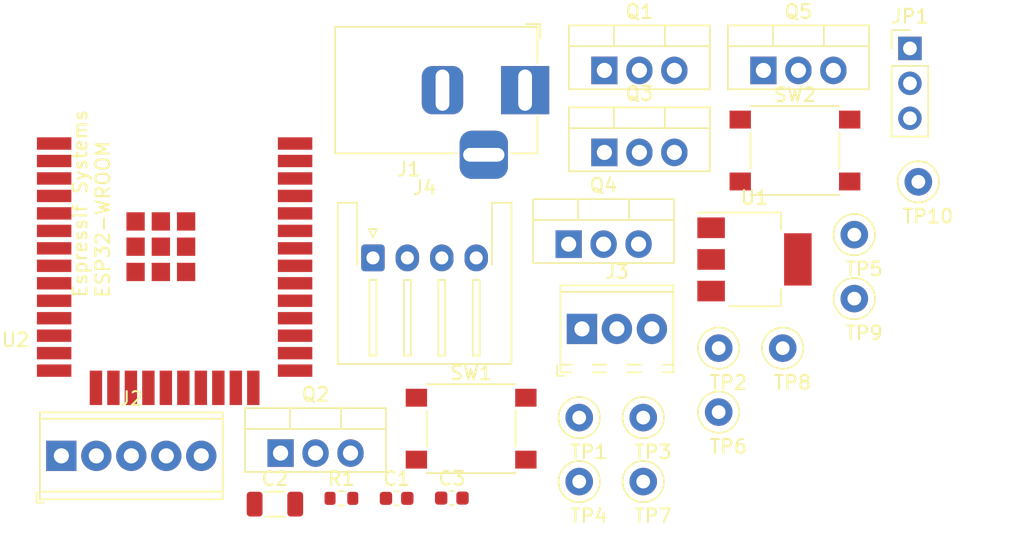
<source format=kicad_pcb>
(kicad_pcb (version 20171130) (host pcbnew 5.1.10)

  (general
    (thickness 1.6)
    (drawings 0)
    (tracks 0)
    (zones 0)
    (modules 28)
    (nets 39)
  )

  (page A4)
  (layers
    (0 F.Cu signal)
    (31 B.Cu signal)
    (32 B.Adhes user)
    (33 F.Adhes user)
    (34 B.Paste user)
    (35 F.Paste user)
    (36 B.SilkS user)
    (37 F.SilkS user)
    (38 B.Mask user)
    (39 F.Mask user)
    (40 Dwgs.User user)
    (41 Cmts.User user)
    (42 Eco1.User user)
    (43 Eco2.User user)
    (44 Edge.Cuts user)
    (45 Margin user)
    (46 B.CrtYd user)
    (47 F.CrtYd user)
    (48 B.Fab user)
    (49 F.Fab user)
  )

  (setup
    (last_trace_width 0.25)
    (trace_clearance 0.2)
    (zone_clearance 0.508)
    (zone_45_only no)
    (trace_min 0.2)
    (via_size 0.8)
    (via_drill 0.4)
    (via_min_size 0.4)
    (via_min_drill 0.3)
    (uvia_size 0.3)
    (uvia_drill 0.1)
    (uvias_allowed no)
    (uvia_min_size 0.2)
    (uvia_min_drill 0.1)
    (edge_width 0.05)
    (segment_width 0.2)
    (pcb_text_width 0.3)
    (pcb_text_size 1.5 1.5)
    (mod_edge_width 0.12)
    (mod_text_size 1 1)
    (mod_text_width 0.15)
    (pad_size 1.524 1.524)
    (pad_drill 0.762)
    (pad_to_mask_clearance 0)
    (aux_axis_origin 0 0)
    (visible_elements FFFFFF7F)
    (pcbplotparams
      (layerselection 0x010fc_ffffffff)
      (usegerberextensions false)
      (usegerberattributes true)
      (usegerberadvancedattributes true)
      (creategerberjobfile true)
      (excludeedgelayer true)
      (linewidth 0.100000)
      (plotframeref false)
      (viasonmask false)
      (mode 1)
      (useauxorigin false)
      (hpglpennumber 1)
      (hpglpenspeed 20)
      (hpglpendiameter 15.000000)
      (psnegative false)
      (psa4output false)
      (plotreference true)
      (plotvalue true)
      (plotinvisibletext false)
      (padsonsilk false)
      (subtractmaskfromsilk false)
      (outputformat 1)
      (mirror false)
      (drillshape 1)
      (scaleselection 1)
      (outputdirectory ""))
  )

  (net 0 "")
  (net 1 GND)
  (net 2 "Net-(C1-Pad1)")
  (net 3 +3V3)
  (net 4 B)
  (net 5 DO)
  (net 6 RX)
  (net 7 TX)
  (net 8 LED_DO)
  (net 9 LED_R)
  (net 10 LED_G)
  (net 11 LED_B)
  (net 12 LED_W)
  (net 13 TOUCH_0)
  (net 14 "Net-(U2-Pad4)")
  (net 15 "Net-(U2-Pad5)")
  (net 16 "Net-(U2-Pad6)")
  (net 17 "Net-(U2-Pad7)")
  (net 18 "Net-(U2-Pad8)")
  (net 19 "Net-(U2-Pad9)")
  (net 20 "Net-(U2-Pad10)")
  (net 21 "Net-(U2-Pad11)")
  (net 22 "Net-(U2-Pad12)")
  (net 23 "Net-(U2-Pad13)")
  (net 24 "Net-(U2-Pad14)")
  (net 25 "Net-(U2-Pad16)")
  (net 26 "Net-(U2-Pad17)")
  (net 27 "Net-(U2-Pad18)")
  (net 28 "Net-(U2-Pad19)")
  (net 29 "Net-(U2-Pad20)")
  (net 30 "Net-(U2-Pad21)")
  (net 31 "Net-(U2-Pad22)")
  (net 32 "Net-(U2-Pad23)")
  (net 33 "Net-(U2-Pad24)")
  (net 34 TOUCH_1)
  (net 35 SDO)
  (net 36 SCK)
  (net 37 "Net-(U2-Pad29)")
  (net 38 "Net-(U2-Pad32)")

  (net_class Default "This is the default net class."
    (clearance 0.2)
    (trace_width 0.25)
    (via_dia 0.8)
    (via_drill 0.4)
    (uvia_dia 0.3)
    (uvia_drill 0.1)
    (add_net +3V3)
    (add_net B)
    (add_net DO)
    (add_net GND)
    (add_net LED_B)
    (add_net LED_DO)
    (add_net LED_G)
    (add_net LED_R)
    (add_net LED_W)
    (add_net "Net-(C1-Pad1)")
    (add_net "Net-(U2-Pad10)")
    (add_net "Net-(U2-Pad11)")
    (add_net "Net-(U2-Pad12)")
    (add_net "Net-(U2-Pad13)")
    (add_net "Net-(U2-Pad14)")
    (add_net "Net-(U2-Pad16)")
    (add_net "Net-(U2-Pad17)")
    (add_net "Net-(U2-Pad18)")
    (add_net "Net-(U2-Pad19)")
    (add_net "Net-(U2-Pad20)")
    (add_net "Net-(U2-Pad21)")
    (add_net "Net-(U2-Pad22)")
    (add_net "Net-(U2-Pad23)")
    (add_net "Net-(U2-Pad24)")
    (add_net "Net-(U2-Pad29)")
    (add_net "Net-(U2-Pad32)")
    (add_net "Net-(U2-Pad4)")
    (add_net "Net-(U2-Pad5)")
    (add_net "Net-(U2-Pad6)")
    (add_net "Net-(U2-Pad7)")
    (add_net "Net-(U2-Pad8)")
    (add_net "Net-(U2-Pad9)")
    (add_net RX)
    (add_net SCK)
    (add_net SDO)
    (add_net TOUCH_0)
    (add_net TOUCH_1)
    (add_net TX)
  )

  (module kicad-libraries:ESP32-WROOM-32 (layer F.Cu) (tedit 5F8ECF4E) (tstamp 6137484D)
    (at 107.064999 88.684999)
    (path /613517DB)
    (fp_text reference U2 (at -11.557 9.017) (layer F.SilkS)
      (effects (font (size 1 1) (thickness 0.15)))
    )
    (fp_text value ESP32-WROOM-32 (at 5.715 14.224) (layer F.Fab)
      (effects (font (size 1 1) (thickness 0.15)))
    )
    (fp_text user "Espressif Systems" (at -6.858 -0.889 90) (layer F.SilkS)
      (effects (font (size 1 1) (thickness 0.15)))
    )
    (fp_text user ESP32-WROOM (at -5.207 0.254 90) (layer F.SilkS)
      (effects (font (size 1 1) (thickness 0.15)))
    )
    (fp_line (start 9 -6.45) (end -9 -6.45) (layer F.Fab) (width 0.12))
    (fp_line (start -9 12.75) (end -9 -12.75) (layer F.Fab) (width 0.12))
    (fp_line (start 9 12.75) (end -9 12.75) (layer F.Fab) (width 0.12))
    (fp_line (start 9 -12.75) (end 9 12.75) (layer F.Fab) (width 0.12))
    (fp_line (start -9 -12.75) (end 9 -12.75) (layer F.Fab) (width 0.12))
    (pad 39 smd rect (at 0.835 0.405) (size 1.33 1.33) (layers F.Cu F.Paste F.Mask)
      (net 1 GND))
    (pad 39 smd rect (at 0.835 2.24) (size 1.33 1.33) (layers F.Cu F.Paste F.Mask)
      (net 1 GND))
    (pad 39 smd rect (at 0.835 4.075) (size 1.33 1.33) (layers F.Cu F.Paste F.Mask)
      (net 1 GND))
    (pad 39 smd rect (at -1 4.075) (size 1.33 1.33) (layers F.Cu F.Paste F.Mask)
      (net 1 GND))
    (pad 39 smd rect (at -2.835 4.075) (size 1.33 1.33) (layers F.Cu F.Paste F.Mask)
      (net 1 GND))
    (pad 39 smd rect (at -2.835 2.24) (size 1.33 1.33) (layers F.Cu F.Paste F.Mask)
      (net 1 GND))
    (pad 39 smd rect (at -2.835 0.405) (size 1.33 1.33) (layers F.Cu F.Paste F.Mask)
      (net 1 GND))
    (pad 39 smd rect (at -1 0.405) (size 1.33 1.33) (layers F.Cu F.Paste F.Mask)
      (net 1 GND))
    (pad 39 smd rect (at -1 2.24) (size 1.33 1.33) (layers F.Cu F.Paste F.Mask)
      (net 1 GND))
    (pad 24 smd rect (at 5.715 12.5) (size 0.9 2.5) (layers F.Cu F.Paste F.Mask)
      (net 33 "Net-(U2-Pad24)"))
    (pad 23 smd rect (at 4.445 12.5) (size 0.9 2.5) (layers F.Cu F.Paste F.Mask)
      (net 32 "Net-(U2-Pad23)"))
    (pad 22 smd rect (at 3.175 12.5) (size 0.9 2.5) (layers F.Cu F.Paste F.Mask)
      (net 31 "Net-(U2-Pad22)"))
    (pad 21 smd rect (at 1.905 12.5) (size 0.9 2.5) (layers F.Cu F.Paste F.Mask)
      (net 30 "Net-(U2-Pad21)"))
    (pad 20 smd rect (at 0.635 12.5) (size 0.9 2.5) (layers F.Cu F.Paste F.Mask)
      (net 29 "Net-(U2-Pad20)"))
    (pad 19 smd rect (at -0.635 12.5) (size 0.9 2.5) (layers F.Cu F.Paste F.Mask)
      (net 28 "Net-(U2-Pad19)"))
    (pad 18 smd rect (at -1.905 12.5) (size 0.9 2.5) (layers F.Cu F.Paste F.Mask)
      (net 27 "Net-(U2-Pad18)"))
    (pad 17 smd rect (at -3.175 12.5) (size 0.9 2.5) (layers F.Cu F.Paste F.Mask)
      (net 26 "Net-(U2-Pad17)"))
    (pad 16 smd rect (at -4.445 12.5) (size 0.9 2.5) (layers F.Cu F.Paste F.Mask)
      (net 25 "Net-(U2-Pad16)"))
    (pad 15 smd rect (at -5.715 12.5) (size 0.9 2.5) (layers F.Cu F.Paste F.Mask)
      (net 1 GND))
    (pad 38 smd rect (at 8.75 -5.26) (size 2.5 0.9) (layers F.Cu F.Paste F.Mask)
      (net 1 GND))
    (pad 37 smd rect (at 8.75 -3.99) (size 2.5 0.9) (layers F.Cu F.Paste F.Mask)
      (net 9 LED_R))
    (pad 36 smd rect (at 8.75 -2.72) (size 2.5 0.9) (layers F.Cu F.Paste F.Mask)
      (net 10 LED_G))
    (pad 35 smd rect (at 8.75 -1.45) (size 2.5 0.9) (layers F.Cu F.Paste F.Mask)
      (net 7 TX))
    (pad 34 smd rect (at 8.75 -0.18) (size 2.5 0.9) (layers F.Cu F.Paste F.Mask)
      (net 6 RX))
    (pad 33 smd rect (at 8.75 1.09) (size 2.5 0.9) (layers F.Cu F.Paste F.Mask)
      (net 11 LED_B))
    (pad 32 smd rect (at 8.75 2.36) (size 2.5 0.9) (layers F.Cu F.Paste F.Mask)
      (net 38 "Net-(U2-Pad32)"))
    (pad 31 smd rect (at 8.75 3.63) (size 2.5 0.9) (layers F.Cu F.Paste F.Mask)
      (net 12 LED_W))
    (pad 30 smd rect (at 8.75 4.9) (size 2.5 0.9) (layers F.Cu F.Paste F.Mask)
      (net 8 LED_DO))
    (pad 29 smd rect (at 8.75 6.17) (size 2.5 0.9) (layers F.Cu F.Paste F.Mask)
      (net 37 "Net-(U2-Pad29)"))
    (pad 28 smd rect (at 8.75 7.44) (size 2.5 0.9) (layers F.Cu F.Paste F.Mask)
      (net 36 SCK))
    (pad 27 smd rect (at 8.75 8.71) (size 2.5 0.9) (layers F.Cu F.Paste F.Mask)
      (net 35 SDO))
    (pad 26 smd rect (at 8.75 9.98) (size 2.5 0.9) (layers F.Cu F.Paste F.Mask)
      (net 34 TOUCH_1))
    (pad 25 smd rect (at 8.75 11.25) (size 2.5 0.9) (layers F.Cu F.Paste F.Mask)
      (net 13 TOUCH_0))
    (pad 13 smd rect (at -8.75 9.98) (size 2.5 0.9) (layers F.Cu F.Paste F.Mask)
      (net 23 "Net-(U2-Pad13)"))
    (pad 12 smd rect (at -8.75 8.71) (size 2.5 0.9) (layers F.Cu F.Paste F.Mask)
      (net 22 "Net-(U2-Pad12)"))
    (pad 11 smd rect (at -8.75 7.44) (size 2.5 0.9) (layers F.Cu F.Paste F.Mask)
      (net 21 "Net-(U2-Pad11)"))
    (pad 10 smd rect (at -8.75 6.17) (size 2.5 0.9) (layers F.Cu F.Paste F.Mask)
      (net 20 "Net-(U2-Pad10)"))
    (pad 9 smd rect (at -8.75 4.9) (size 2.5 0.9) (layers F.Cu F.Paste F.Mask)
      (net 19 "Net-(U2-Pad9)"))
    (pad 8 smd rect (at -8.75 3.63) (size 2.5 0.9) (layers F.Cu F.Paste F.Mask)
      (net 18 "Net-(U2-Pad8)"))
    (pad 7 smd rect (at -8.75 2.36) (size 2.5 0.9) (layers F.Cu F.Paste F.Mask)
      (net 17 "Net-(U2-Pad7)"))
    (pad 6 smd rect (at -8.75 1.09) (size 2.5 0.9) (layers F.Cu F.Paste F.Mask)
      (net 16 "Net-(U2-Pad6)"))
    (pad 5 smd rect (at -8.75 -0.18) (size 2.5 0.9) (layers F.Cu F.Paste F.Mask)
      (net 15 "Net-(U2-Pad5)"))
    (pad 4 smd rect (at -8.75 -1.45) (size 2.5 0.9) (layers F.Cu F.Paste F.Mask)
      (net 14 "Net-(U2-Pad4)"))
    (pad 3 smd rect (at -8.75 -2.72) (size 2.5 0.9) (layers F.Cu F.Paste F.Mask)
      (net 2 "Net-(C1-Pad1)"))
    (pad 2 smd rect (at -8.75 -3.99) (size 2.5 0.9) (layers F.Cu F.Paste F.Mask)
      (net 3 +3V3))
    (pad 1 smd rect (at -8.75 -5.26) (size 2.5 0.9) (layers F.Cu F.Paste F.Mask)
      (net 1 GND))
    (pad 14 smd rect (at -8.75 11.25) (size 2.5 0.9) (layers F.Cu F.Paste F.Mask)
      (net 24 "Net-(U2-Pad14)"))
    (model unsorted/ESP32-WROOM-32.step
      (at (xyz 0 0 0))
      (scale (xyz 1 1 1))
      (rotate (xyz 0 0 0))
    )
  )

  (module Package_TO_SOT_SMD:SOT-223-3_TabPin2 (layer F.Cu) (tedit 5A02FF57) (tstamp 6137481A)
    (at 149.18 91.85)
    (descr "module CMS SOT223 4 pins")
    (tags "CMS SOT")
    (path /6135605E)
    (attr smd)
    (fp_text reference U1 (at 0 -4.5) (layer F.SilkS)
      (effects (font (size 1 1) (thickness 0.15)))
    )
    (fp_text value AMS1117-3.3 (at 0 4.5) (layer F.Fab)
      (effects (font (size 1 1) (thickness 0.15)))
    )
    (fp_text user %R (at 0 0 90) (layer F.Fab)
      (effects (font (size 0.8 0.8) (thickness 0.12)))
    )
    (fp_line (start 1.91 3.41) (end 1.91 2.15) (layer F.SilkS) (width 0.12))
    (fp_line (start 1.91 -3.41) (end 1.91 -2.15) (layer F.SilkS) (width 0.12))
    (fp_line (start 4.4 -3.6) (end -4.4 -3.6) (layer F.CrtYd) (width 0.05))
    (fp_line (start 4.4 3.6) (end 4.4 -3.6) (layer F.CrtYd) (width 0.05))
    (fp_line (start -4.4 3.6) (end 4.4 3.6) (layer F.CrtYd) (width 0.05))
    (fp_line (start -4.4 -3.6) (end -4.4 3.6) (layer F.CrtYd) (width 0.05))
    (fp_line (start -1.85 -2.35) (end -0.85 -3.35) (layer F.Fab) (width 0.1))
    (fp_line (start -1.85 -2.35) (end -1.85 3.35) (layer F.Fab) (width 0.1))
    (fp_line (start -1.85 3.41) (end 1.91 3.41) (layer F.SilkS) (width 0.12))
    (fp_line (start -0.85 -3.35) (end 1.85 -3.35) (layer F.Fab) (width 0.1))
    (fp_line (start -4.1 -3.41) (end 1.91 -3.41) (layer F.SilkS) (width 0.12))
    (fp_line (start -1.85 3.35) (end 1.85 3.35) (layer F.Fab) (width 0.1))
    (fp_line (start 1.85 -3.35) (end 1.85 3.35) (layer F.Fab) (width 0.1))
    (pad 1 smd rect (at -3.15 -2.3) (size 2 1.5) (layers F.Cu F.Paste F.Mask)
      (net 1 GND))
    (pad 3 smd rect (at -3.15 2.3) (size 2 1.5) (layers F.Cu F.Paste F.Mask)
      (net 4 B))
    (pad 2 smd rect (at -3.15 0) (size 2 1.5) (layers F.Cu F.Paste F.Mask)
      (net 3 +3V3))
    (pad 2 smd rect (at 3.15 0) (size 2 3.8) (layers F.Cu F.Paste F.Mask)
      (net 3 +3V3))
    (model ${KISYS3DMOD}/Package_TO_SOT_SMD.3dshapes/SOT-223.wrl
      (at (xyz 0 0 0))
      (scale (xyz 1 1 1))
      (rotate (xyz 0 0 0))
    )
  )

  (module TestPoint:TestPoint_Loop_D1.80mm_Drill1.0mm_Beaded (layer F.Cu) (tedit 5A0F774F) (tstamp 61374804)
    (at 161.08 86.21)
    (descr "wire loop with bead as test point, loop diameter 1.8mm, hole diameter 1.0mm")
    (tags "test point wire loop bead")
    (path /614FE081)
    (fp_text reference TP10 (at 0.7 2.5) (layer F.SilkS)
      (effects (font (size 1 1) (thickness 0.15)))
    )
    (fp_text value TestPoint (at 0 -2.8) (layer F.Fab)
      (effects (font (size 1 1) (thickness 0.15)))
    )
    (fp_text user %R (at 0.7 2.5) (layer F.Fab)
      (effects (font (size 1 1) (thickness 0.15)))
    )
    (fp_circle (center 0 0) (end 1.8 0) (layer F.CrtYd) (width 0.05))
    (fp_circle (center 0 0) (end 1.5 0) (layer F.SilkS) (width 0.12))
    (fp_line (start -0.9 -0.2) (end 0.9 -0.2) (layer F.Fab) (width 0.12))
    (fp_line (start 0.9 -0.2) (end 0.9 0.2) (layer F.Fab) (width 0.12))
    (fp_line (start 0.9 0.2) (end -0.9 0.2) (layer F.Fab) (width 0.12))
    (fp_line (start -0.9 0.2) (end -0.9 -0.2) (layer F.Fab) (width 0.12))
    (fp_circle (center 0 0) (end 1.3 0) (layer F.Fab) (width 0.12))
    (pad 1 thru_hole circle (at 0 0) (size 2 2) (drill 1) (layers *.Cu *.Mask)
      (net 5 DO))
    (model ${KISYS3DMOD}/TestPoint.3dshapes/TestPoint_Loop_D1.80mm_Drill1.0mm_Beaded.wrl
      (at (xyz 0 0 0))
      (scale (xyz 1 1 1))
      (rotate (xyz 0 0 0))
    )
  )

  (module TestPoint:TestPoint_Loop_D1.80mm_Drill1.0mm_Beaded (layer F.Cu) (tedit 5A0F774F) (tstamp 613747F7)
    (at 156.43 94.7)
    (descr "wire loop with bead as test point, loop diameter 1.8mm, hole diameter 1.0mm")
    (tags "test point wire loop bead")
    (path /614FE074)
    (fp_text reference TP9 (at 0.7 2.5) (layer F.SilkS)
      (effects (font (size 1 1) (thickness 0.15)))
    )
    (fp_text value TestPoint (at 0 -2.8) (layer F.Fab)
      (effects (font (size 1 1) (thickness 0.15)))
    )
    (fp_text user %R (at 0.7 2.5) (layer F.Fab)
      (effects (font (size 1 1) (thickness 0.15)))
    )
    (fp_circle (center 0 0) (end 1.8 0) (layer F.CrtYd) (width 0.05))
    (fp_circle (center 0 0) (end 1.5 0) (layer F.SilkS) (width 0.12))
    (fp_line (start -0.9 -0.2) (end 0.9 -0.2) (layer F.Fab) (width 0.12))
    (fp_line (start 0.9 -0.2) (end 0.9 0.2) (layer F.Fab) (width 0.12))
    (fp_line (start 0.9 0.2) (end -0.9 0.2) (layer F.Fab) (width 0.12))
    (fp_line (start -0.9 0.2) (end -0.9 -0.2) (layer F.Fab) (width 0.12))
    (fp_circle (center 0 0) (end 1.3 0) (layer F.Fab) (width 0.12))
    (pad 1 thru_hole circle (at 0 0) (size 2 2) (drill 1) (layers *.Cu *.Mask)
      (net 8 LED_DO))
    (model ${KISYS3DMOD}/TestPoint.3dshapes/TestPoint_Loop_D1.80mm_Drill1.0mm_Beaded.wrl
      (at (xyz 0 0 0))
      (scale (xyz 1 1 1))
      (rotate (xyz 0 0 0))
    )
  )

  (module TestPoint:TestPoint_Loop_D1.80mm_Drill1.0mm_Beaded (layer F.Cu) (tedit 5A0F774F) (tstamp 613747EA)
    (at 151.23 98.3)
    (descr "wire loop with bead as test point, loop diameter 1.8mm, hole diameter 1.0mm")
    (tags "test point wire loop bead")
    (path /614CAFA4)
    (fp_text reference TP8 (at 0.7 2.5) (layer F.SilkS)
      (effects (font (size 1 1) (thickness 0.15)))
    )
    (fp_text value TestPoint (at 0 -2.8) (layer F.Fab)
      (effects (font (size 1 1) (thickness 0.15)))
    )
    (fp_text user %R (at 0.7 2.5) (layer F.Fab)
      (effects (font (size 1 1) (thickness 0.15)))
    )
    (fp_circle (center 0 0) (end 1.8 0) (layer F.CrtYd) (width 0.05))
    (fp_circle (center 0 0) (end 1.5 0) (layer F.SilkS) (width 0.12))
    (fp_line (start -0.9 -0.2) (end 0.9 -0.2) (layer F.Fab) (width 0.12))
    (fp_line (start 0.9 -0.2) (end 0.9 0.2) (layer F.Fab) (width 0.12))
    (fp_line (start 0.9 0.2) (end -0.9 0.2) (layer F.Fab) (width 0.12))
    (fp_line (start -0.9 0.2) (end -0.9 -0.2) (layer F.Fab) (width 0.12))
    (fp_circle (center 0 0) (end 1.3 0) (layer F.Fab) (width 0.12))
    (pad 1 thru_hole circle (at 0 0) (size 2 2) (drill 1) (layers *.Cu *.Mask)
      (net 4 B))
    (model ${KISYS3DMOD}/TestPoint.3dshapes/TestPoint_Loop_D1.80mm_Drill1.0mm_Beaded.wrl
      (at (xyz 0 0 0))
      (scale (xyz 1 1 1))
      (rotate (xyz 0 0 0))
    )
  )

  (module TestPoint:TestPoint_Loop_D1.80mm_Drill1.0mm_Beaded (layer F.Cu) (tedit 5A0F774F) (tstamp 613747DD)
    (at 141.1 108)
    (descr "wire loop with bead as test point, loop diameter 1.8mm, hole diameter 1.0mm")
    (tags "test point wire loop bead")
    (path /6148D3E0)
    (fp_text reference TP7 (at 0.7 2.5) (layer F.SilkS)
      (effects (font (size 1 1) (thickness 0.15)))
    )
    (fp_text value TestPoint (at 0 -2.8) (layer F.Fab)
      (effects (font (size 1 1) (thickness 0.15)))
    )
    (fp_text user %R (at 0.7 2.5) (layer F.Fab)
      (effects (font (size 1 1) (thickness 0.15)))
    )
    (fp_circle (center 0 0) (end 1.8 0) (layer F.CrtYd) (width 0.05))
    (fp_circle (center 0 0) (end 1.5 0) (layer F.SilkS) (width 0.12))
    (fp_line (start -0.9 -0.2) (end 0.9 -0.2) (layer F.Fab) (width 0.12))
    (fp_line (start 0.9 -0.2) (end 0.9 0.2) (layer F.Fab) (width 0.12))
    (fp_line (start 0.9 0.2) (end -0.9 0.2) (layer F.Fab) (width 0.12))
    (fp_line (start -0.9 0.2) (end -0.9 -0.2) (layer F.Fab) (width 0.12))
    (fp_circle (center 0 0) (end 1.3 0) (layer F.Fab) (width 0.12))
    (pad 1 thru_hole circle (at 0 0) (size 2 2) (drill 1) (layers *.Cu *.Mask)
      (net 12 LED_W))
    (model ${KISYS3DMOD}/TestPoint.3dshapes/TestPoint_Loop_D1.80mm_Drill1.0mm_Beaded.wrl
      (at (xyz 0 0 0))
      (scale (xyz 1 1 1))
      (rotate (xyz 0 0 0))
    )
  )

  (module TestPoint:TestPoint_Loop_D1.80mm_Drill1.0mm_Beaded (layer F.Cu) (tedit 5A0F774F) (tstamp 613747D0)
    (at 146.58 102.95)
    (descr "wire loop with bead as test point, loop diameter 1.8mm, hole diameter 1.0mm")
    (tags "test point wire loop bead")
    (path /614C872D)
    (fp_text reference TP6 (at 0.7 2.5) (layer F.SilkS)
      (effects (font (size 1 1) (thickness 0.15)))
    )
    (fp_text value TestPoint (at 0 -2.8) (layer F.Fab)
      (effects (font (size 1 1) (thickness 0.15)))
    )
    (fp_text user %R (at 0.7 2.5) (layer F.Fab)
      (effects (font (size 1 1) (thickness 0.15)))
    )
    (fp_circle (center 0 0) (end 1.8 0) (layer F.CrtYd) (width 0.05))
    (fp_circle (center 0 0) (end 1.5 0) (layer F.SilkS) (width 0.12))
    (fp_line (start -0.9 -0.2) (end 0.9 -0.2) (layer F.Fab) (width 0.12))
    (fp_line (start 0.9 -0.2) (end 0.9 0.2) (layer F.Fab) (width 0.12))
    (fp_line (start 0.9 0.2) (end -0.9 0.2) (layer F.Fab) (width 0.12))
    (fp_line (start -0.9 0.2) (end -0.9 -0.2) (layer F.Fab) (width 0.12))
    (fp_circle (center 0 0) (end 1.3 0) (layer F.Fab) (width 0.12))
    (pad 1 thru_hole circle (at 0 0) (size 2 2) (drill 1) (layers *.Cu *.Mask)
      (net 4 B))
    (model ${KISYS3DMOD}/TestPoint.3dshapes/TestPoint_Loop_D1.80mm_Drill1.0mm_Beaded.wrl
      (at (xyz 0 0 0))
      (scale (xyz 1 1 1))
      (rotate (xyz 0 0 0))
    )
  )

  (module TestPoint:TestPoint_Loop_D1.80mm_Drill1.0mm_Beaded (layer F.Cu) (tedit 5A0F774F) (tstamp 613747C3)
    (at 156.43 90.05)
    (descr "wire loop with bead as test point, loop diameter 1.8mm, hole diameter 1.0mm")
    (tags "test point wire loop bead")
    (path /6148C64F)
    (fp_text reference TP5 (at 0.7 2.5) (layer F.SilkS)
      (effects (font (size 1 1) (thickness 0.15)))
    )
    (fp_text value TestPoint (at 0 -2.8) (layer F.Fab)
      (effects (font (size 1 1) (thickness 0.15)))
    )
    (fp_text user %R (at 0.7 2.5) (layer F.Fab)
      (effects (font (size 1 1) (thickness 0.15)))
    )
    (fp_circle (center 0 0) (end 1.8 0) (layer F.CrtYd) (width 0.05))
    (fp_circle (center 0 0) (end 1.5 0) (layer F.SilkS) (width 0.12))
    (fp_line (start -0.9 -0.2) (end 0.9 -0.2) (layer F.Fab) (width 0.12))
    (fp_line (start 0.9 -0.2) (end 0.9 0.2) (layer F.Fab) (width 0.12))
    (fp_line (start 0.9 0.2) (end -0.9 0.2) (layer F.Fab) (width 0.12))
    (fp_line (start -0.9 0.2) (end -0.9 -0.2) (layer F.Fab) (width 0.12))
    (fp_circle (center 0 0) (end 1.3 0) (layer F.Fab) (width 0.12))
    (pad 1 thru_hole circle (at 0 0) (size 2 2) (drill 1) (layers *.Cu *.Mask)
      (net 11 LED_B))
    (model ${KISYS3DMOD}/TestPoint.3dshapes/TestPoint_Loop_D1.80mm_Drill1.0mm_Beaded.wrl
      (at (xyz 0 0 0))
      (scale (xyz 1 1 1))
      (rotate (xyz 0 0 0))
    )
  )

  (module TestPoint:TestPoint_Loop_D1.80mm_Drill1.0mm_Beaded (layer F.Cu) (tedit 5A0F774F) (tstamp 613747B6)
    (at 136.45 108)
    (descr "wire loop with bead as test point, loop diameter 1.8mm, hole diameter 1.0mm")
    (tags "test point wire loop bead")
    (path /614C7811)
    (fp_text reference TP4 (at 0.7 2.5) (layer F.SilkS)
      (effects (font (size 1 1) (thickness 0.15)))
    )
    (fp_text value TestPoint (at 0 -2.8) (layer F.Fab)
      (effects (font (size 1 1) (thickness 0.15)))
    )
    (fp_text user %R (at 0.7 2.5) (layer F.Fab)
      (effects (font (size 1 1) (thickness 0.15)))
    )
    (fp_circle (center 0 0) (end 1.8 0) (layer F.CrtYd) (width 0.05))
    (fp_circle (center 0 0) (end 1.5 0) (layer F.SilkS) (width 0.12))
    (fp_line (start -0.9 -0.2) (end 0.9 -0.2) (layer F.Fab) (width 0.12))
    (fp_line (start 0.9 -0.2) (end 0.9 0.2) (layer F.Fab) (width 0.12))
    (fp_line (start 0.9 0.2) (end -0.9 0.2) (layer F.Fab) (width 0.12))
    (fp_line (start -0.9 0.2) (end -0.9 -0.2) (layer F.Fab) (width 0.12))
    (fp_circle (center 0 0) (end 1.3 0) (layer F.Fab) (width 0.12))
    (pad 1 thru_hole circle (at 0 0) (size 2 2) (drill 1) (layers *.Cu *.Mask)
      (net 4 B))
    (model ${KISYS3DMOD}/TestPoint.3dshapes/TestPoint_Loop_D1.80mm_Drill1.0mm_Beaded.wrl
      (at (xyz 0 0 0))
      (scale (xyz 1 1 1))
      (rotate (xyz 0 0 0))
    )
  )

  (module TestPoint:TestPoint_Loop_D1.80mm_Drill1.0mm_Beaded (layer F.Cu) (tedit 5A0F774F) (tstamp 613747A9)
    (at 141.1 103.35)
    (descr "wire loop with bead as test point, loop diameter 1.8mm, hole diameter 1.0mm")
    (tags "test point wire loop bead")
    (path /6148C183)
    (fp_text reference TP3 (at 0.7 2.5) (layer F.SilkS)
      (effects (font (size 1 1) (thickness 0.15)))
    )
    (fp_text value TestPoint (at 0 -2.8) (layer F.Fab)
      (effects (font (size 1 1) (thickness 0.15)))
    )
    (fp_text user %R (at 0.7 2.5) (layer F.Fab)
      (effects (font (size 1 1) (thickness 0.15)))
    )
    (fp_circle (center 0 0) (end 1.8 0) (layer F.CrtYd) (width 0.05))
    (fp_circle (center 0 0) (end 1.5 0) (layer F.SilkS) (width 0.12))
    (fp_line (start -0.9 -0.2) (end 0.9 -0.2) (layer F.Fab) (width 0.12))
    (fp_line (start 0.9 -0.2) (end 0.9 0.2) (layer F.Fab) (width 0.12))
    (fp_line (start 0.9 0.2) (end -0.9 0.2) (layer F.Fab) (width 0.12))
    (fp_line (start -0.9 0.2) (end -0.9 -0.2) (layer F.Fab) (width 0.12))
    (fp_circle (center 0 0) (end 1.3 0) (layer F.Fab) (width 0.12))
    (pad 1 thru_hole circle (at 0 0) (size 2 2) (drill 1) (layers *.Cu *.Mask)
      (net 10 LED_G))
    (model ${KISYS3DMOD}/TestPoint.3dshapes/TestPoint_Loop_D1.80mm_Drill1.0mm_Beaded.wrl
      (at (xyz 0 0 0))
      (scale (xyz 1 1 1))
      (rotate (xyz 0 0 0))
    )
  )

  (module TestPoint:TestPoint_Loop_D1.80mm_Drill1.0mm_Beaded (layer F.Cu) (tedit 5A0F774F) (tstamp 6137479C)
    (at 146.58 98.3)
    (descr "wire loop with bead as test point, loop diameter 1.8mm, hole diameter 1.0mm")
    (tags "test point wire loop bead")
    (path /614C7261)
    (fp_text reference TP2 (at 0.7 2.5) (layer F.SilkS)
      (effects (font (size 1 1) (thickness 0.15)))
    )
    (fp_text value TestPoint (at 0 -2.8) (layer F.Fab)
      (effects (font (size 1 1) (thickness 0.15)))
    )
    (fp_text user %R (at 0.7 2.5) (layer F.Fab)
      (effects (font (size 1 1) (thickness 0.15)))
    )
    (fp_circle (center 0 0) (end 1.8 0) (layer F.CrtYd) (width 0.05))
    (fp_circle (center 0 0) (end 1.5 0) (layer F.SilkS) (width 0.12))
    (fp_line (start -0.9 -0.2) (end 0.9 -0.2) (layer F.Fab) (width 0.12))
    (fp_line (start 0.9 -0.2) (end 0.9 0.2) (layer F.Fab) (width 0.12))
    (fp_line (start 0.9 0.2) (end -0.9 0.2) (layer F.Fab) (width 0.12))
    (fp_line (start -0.9 0.2) (end -0.9 -0.2) (layer F.Fab) (width 0.12))
    (fp_circle (center 0 0) (end 1.3 0) (layer F.Fab) (width 0.12))
    (pad 1 thru_hole circle (at 0 0) (size 2 2) (drill 1) (layers *.Cu *.Mask)
      (net 4 B))
    (model ${KISYS3DMOD}/TestPoint.3dshapes/TestPoint_Loop_D1.80mm_Drill1.0mm_Beaded.wrl
      (at (xyz 0 0 0))
      (scale (xyz 1 1 1))
      (rotate (xyz 0 0 0))
    )
  )

  (module TestPoint:TestPoint_Loop_D1.80mm_Drill1.0mm_Beaded (layer F.Cu) (tedit 5A0F774F) (tstamp 6137478F)
    (at 136.45 103.35)
    (descr "wire loop with bead as test point, loop diameter 1.8mm, hole diameter 1.0mm")
    (tags "test point wire loop bead")
    (path /6148B8BF)
    (fp_text reference TP1 (at 0.7 2.5) (layer F.SilkS)
      (effects (font (size 1 1) (thickness 0.15)))
    )
    (fp_text value TestPoint (at 0 -2.8) (layer F.Fab)
      (effects (font (size 1 1) (thickness 0.15)))
    )
    (fp_text user %R (at 0.7 2.5) (layer F.Fab)
      (effects (font (size 1 1) (thickness 0.15)))
    )
    (fp_circle (center 0 0) (end 1.8 0) (layer F.CrtYd) (width 0.05))
    (fp_circle (center 0 0) (end 1.5 0) (layer F.SilkS) (width 0.12))
    (fp_line (start -0.9 -0.2) (end 0.9 -0.2) (layer F.Fab) (width 0.12))
    (fp_line (start 0.9 -0.2) (end 0.9 0.2) (layer F.Fab) (width 0.12))
    (fp_line (start 0.9 0.2) (end -0.9 0.2) (layer F.Fab) (width 0.12))
    (fp_line (start -0.9 0.2) (end -0.9 -0.2) (layer F.Fab) (width 0.12))
    (fp_circle (center 0 0) (end 1.3 0) (layer F.Fab) (width 0.12))
    (pad 1 thru_hole circle (at 0 0) (size 2 2) (drill 1) (layers *.Cu *.Mask)
      (net 9 LED_R))
    (model ${KISYS3DMOD}/TestPoint.3dshapes/TestPoint_Loop_D1.80mm_Drill1.0mm_Beaded.wrl
      (at (xyz 0 0 0))
      (scale (xyz 1 1 1))
      (rotate (xyz 0 0 0))
    )
  )

  (module Button_Switch_SMD:SW_Push_1P1T_NO_6x6mm_H9.5mm (layer F.Cu) (tedit 5CA1CA7F) (tstamp 61374782)
    (at 152.12 83.935)
    (descr "tactile push button, 6x6mm e.g. PTS645xx series, height=9.5mm")
    (tags "tact sw push 6mm smd")
    (path /613693AC)
    (attr smd)
    (fp_text reference SW2 (at 0 -4.05) (layer F.SilkS)
      (effects (font (size 1 1) (thickness 0.15)))
    )
    (fp_text value SW_Push (at 0 4.15) (layer F.Fab)
      (effects (font (size 1 1) (thickness 0.15)))
    )
    (fp_text user %R (at 0 -4.05) (layer F.Fab)
      (effects (font (size 1 1) (thickness 0.15)))
    )
    (fp_line (start -3 -3) (end -3 3) (layer F.Fab) (width 0.1))
    (fp_line (start -3 3) (end 3 3) (layer F.Fab) (width 0.1))
    (fp_line (start 3 3) (end 3 -3) (layer F.Fab) (width 0.1))
    (fp_line (start 3 -3) (end -3 -3) (layer F.Fab) (width 0.1))
    (fp_line (start 5 3.25) (end 5 -3.25) (layer F.CrtYd) (width 0.05))
    (fp_line (start -5 -3.25) (end -5 3.25) (layer F.CrtYd) (width 0.05))
    (fp_line (start -5 3.25) (end 5 3.25) (layer F.CrtYd) (width 0.05))
    (fp_line (start -5 -3.25) (end 5 -3.25) (layer F.CrtYd) (width 0.05))
    (fp_line (start 3.23 -3.23) (end 3.23 -3.2) (layer F.SilkS) (width 0.12))
    (fp_line (start 3.23 3.23) (end 3.23 3.2) (layer F.SilkS) (width 0.12))
    (fp_line (start -3.23 3.23) (end -3.23 3.2) (layer F.SilkS) (width 0.12))
    (fp_line (start -3.23 -3.2) (end -3.23 -3.23) (layer F.SilkS) (width 0.12))
    (fp_line (start 3.23 -1.3) (end 3.23 1.3) (layer F.SilkS) (width 0.12))
    (fp_line (start -3.23 -3.23) (end 3.23 -3.23) (layer F.SilkS) (width 0.12))
    (fp_line (start -3.23 -1.3) (end -3.23 1.3) (layer F.SilkS) (width 0.12))
    (fp_line (start -3.23 3.23) (end 3.23 3.23) (layer F.SilkS) (width 0.12))
    (fp_circle (center 0 0) (end 1.75 -0.05) (layer F.Fab) (width 0.1))
    (pad 2 smd rect (at 3.975 2.25) (size 1.55 1.3) (layers F.Cu F.Paste F.Mask)
      (net 1 GND))
    (pad 1 smd rect (at 3.975 -2.25) (size 1.55 1.3) (layers F.Cu F.Paste F.Mask)
      (net 13 TOUCH_0))
    (pad 1 smd rect (at -3.975 -2.25) (size 1.55 1.3) (layers F.Cu F.Paste F.Mask)
      (net 13 TOUCH_0))
    (pad 2 smd rect (at -3.975 2.25) (size 1.55 1.3) (layers F.Cu F.Paste F.Mask)
      (net 1 GND))
    (model ${KISYS3DMOD}/Button_Switch_SMD.3dshapes/SW_PUSH_6mm_H9.5mm.wrl
      (at (xyz 0 0 0))
      (scale (xyz 1 1 1))
      (rotate (xyz 0 0 0))
    )
  )

  (module Button_Switch_SMD:SW_Push_1P1T_NO_6x6mm_H9.5mm (layer F.Cu) (tedit 5CA1CA7F) (tstamp 61374768)
    (at 128.6 104.155)
    (descr "tactile push button, 6x6mm e.g. PTS645xx series, height=9.5mm")
    (tags "tact sw push 6mm smd")
    (path /61368C60)
    (attr smd)
    (fp_text reference SW1 (at 0 -4.05) (layer F.SilkS)
      (effects (font (size 1 1) (thickness 0.15)))
    )
    (fp_text value SW_Push (at 0 4.15) (layer F.Fab)
      (effects (font (size 1 1) (thickness 0.15)))
    )
    (fp_text user %R (at 0 -4.05) (layer F.Fab)
      (effects (font (size 1 1) (thickness 0.15)))
    )
    (fp_line (start -3 -3) (end -3 3) (layer F.Fab) (width 0.1))
    (fp_line (start -3 3) (end 3 3) (layer F.Fab) (width 0.1))
    (fp_line (start 3 3) (end 3 -3) (layer F.Fab) (width 0.1))
    (fp_line (start 3 -3) (end -3 -3) (layer F.Fab) (width 0.1))
    (fp_line (start 5 3.25) (end 5 -3.25) (layer F.CrtYd) (width 0.05))
    (fp_line (start -5 -3.25) (end -5 3.25) (layer F.CrtYd) (width 0.05))
    (fp_line (start -5 3.25) (end 5 3.25) (layer F.CrtYd) (width 0.05))
    (fp_line (start -5 -3.25) (end 5 -3.25) (layer F.CrtYd) (width 0.05))
    (fp_line (start 3.23 -3.23) (end 3.23 -3.2) (layer F.SilkS) (width 0.12))
    (fp_line (start 3.23 3.23) (end 3.23 3.2) (layer F.SilkS) (width 0.12))
    (fp_line (start -3.23 3.23) (end -3.23 3.2) (layer F.SilkS) (width 0.12))
    (fp_line (start -3.23 -3.2) (end -3.23 -3.23) (layer F.SilkS) (width 0.12))
    (fp_line (start 3.23 -1.3) (end 3.23 1.3) (layer F.SilkS) (width 0.12))
    (fp_line (start -3.23 -3.23) (end 3.23 -3.23) (layer F.SilkS) (width 0.12))
    (fp_line (start -3.23 -1.3) (end -3.23 1.3) (layer F.SilkS) (width 0.12))
    (fp_line (start -3.23 3.23) (end 3.23 3.23) (layer F.SilkS) (width 0.12))
    (fp_circle (center 0 0) (end 1.75 -0.05) (layer F.Fab) (width 0.1))
    (pad 2 smd rect (at 3.975 2.25) (size 1.55 1.3) (layers F.Cu F.Paste F.Mask)
      (net 1 GND))
    (pad 1 smd rect (at 3.975 -2.25) (size 1.55 1.3) (layers F.Cu F.Paste F.Mask)
      (net 2 "Net-(C1-Pad1)"))
    (pad 1 smd rect (at -3.975 -2.25) (size 1.55 1.3) (layers F.Cu F.Paste F.Mask)
      (net 2 "Net-(C1-Pad1)"))
    (pad 2 smd rect (at -3.975 2.25) (size 1.55 1.3) (layers F.Cu F.Paste F.Mask)
      (net 1 GND))
    (model ${KISYS3DMOD}/Button_Switch_SMD.3dshapes/SW_PUSH_6mm_H9.5mm.wrl
      (at (xyz 0 0 0))
      (scale (xyz 1 1 1))
      (rotate (xyz 0 0 0))
    )
  )

  (module Resistor_SMD:R_0603_1608Metric (layer F.Cu) (tedit 5F68FEEE) (tstamp 6137474E)
    (at 119.18 109.22)
    (descr "Resistor SMD 0603 (1608 Metric), square (rectangular) end terminal, IPC_7351 nominal, (Body size source: IPC-SM-782 page 72, https://www.pcb-3d.com/wordpress/wp-content/uploads/ipc-sm-782a_amendment_1_and_2.pdf), generated with kicad-footprint-generator")
    (tags resistor)
    (path /613672F7)
    (attr smd)
    (fp_text reference R1 (at 0 -1.43) (layer F.SilkS)
      (effects (font (size 1 1) (thickness 0.15)))
    )
    (fp_text value 10k (at 0 1.43) (layer F.Fab)
      (effects (font (size 1 1) (thickness 0.15)))
    )
    (fp_text user %R (at 0 0) (layer F.Fab)
      (effects (font (size 0.4 0.4) (thickness 0.06)))
    )
    (fp_line (start -0.8 0.4125) (end -0.8 -0.4125) (layer F.Fab) (width 0.1))
    (fp_line (start -0.8 -0.4125) (end 0.8 -0.4125) (layer F.Fab) (width 0.1))
    (fp_line (start 0.8 -0.4125) (end 0.8 0.4125) (layer F.Fab) (width 0.1))
    (fp_line (start 0.8 0.4125) (end -0.8 0.4125) (layer F.Fab) (width 0.1))
    (fp_line (start -0.237258 -0.5225) (end 0.237258 -0.5225) (layer F.SilkS) (width 0.12))
    (fp_line (start -0.237258 0.5225) (end 0.237258 0.5225) (layer F.SilkS) (width 0.12))
    (fp_line (start -1.48 0.73) (end -1.48 -0.73) (layer F.CrtYd) (width 0.05))
    (fp_line (start -1.48 -0.73) (end 1.48 -0.73) (layer F.CrtYd) (width 0.05))
    (fp_line (start 1.48 -0.73) (end 1.48 0.73) (layer F.CrtYd) (width 0.05))
    (fp_line (start 1.48 0.73) (end -1.48 0.73) (layer F.CrtYd) (width 0.05))
    (pad 2 smd roundrect (at 0.825 0) (size 0.8 0.95) (layers F.Cu F.Paste F.Mask) (roundrect_rratio 0.25)
      (net 2 "Net-(C1-Pad1)"))
    (pad 1 smd roundrect (at -0.825 0) (size 0.8 0.95) (layers F.Cu F.Paste F.Mask) (roundrect_rratio 0.25)
      (net 3 +3V3))
    (model ${KISYS3DMOD}/Resistor_SMD.3dshapes/R_0603_1608Metric.wrl
      (at (xyz 0 0 0))
      (scale (xyz 1 1 1))
      (rotate (xyz 0 0 0))
    )
  )

  (module Package_TO_SOT_THT:TO-220-3_Vertical (layer F.Cu) (tedit 5AC8BA0D) (tstamp 6137473D)
    (at 149.83 78.11)
    (descr "TO-220-3, Vertical, RM 2.54mm, see https://www.vishay.com/docs/66542/to-220-1.pdf")
    (tags "TO-220-3 Vertical RM 2.54mm")
    (path /614FDDAC)
    (fp_text reference Q5 (at 2.54 -4.27) (layer F.SilkS)
      (effects (font (size 1 1) (thickness 0.15)))
    )
    (fp_text value IRLB8721PBF (at 2.54 2.5) (layer F.Fab)
      (effects (font (size 1 1) (thickness 0.15)))
    )
    (fp_text user %R (at 2.54 -4.27) (layer F.Fab)
      (effects (font (size 1 1) (thickness 0.15)))
    )
    (fp_line (start -2.46 -3.15) (end -2.46 1.25) (layer F.Fab) (width 0.1))
    (fp_line (start -2.46 1.25) (end 7.54 1.25) (layer F.Fab) (width 0.1))
    (fp_line (start 7.54 1.25) (end 7.54 -3.15) (layer F.Fab) (width 0.1))
    (fp_line (start 7.54 -3.15) (end -2.46 -3.15) (layer F.Fab) (width 0.1))
    (fp_line (start -2.46 -1.88) (end 7.54 -1.88) (layer F.Fab) (width 0.1))
    (fp_line (start 0.69 -3.15) (end 0.69 -1.88) (layer F.Fab) (width 0.1))
    (fp_line (start 4.39 -3.15) (end 4.39 -1.88) (layer F.Fab) (width 0.1))
    (fp_line (start -2.58 -3.27) (end 7.66 -3.27) (layer F.SilkS) (width 0.12))
    (fp_line (start -2.58 1.371) (end 7.66 1.371) (layer F.SilkS) (width 0.12))
    (fp_line (start -2.58 -3.27) (end -2.58 1.371) (layer F.SilkS) (width 0.12))
    (fp_line (start 7.66 -3.27) (end 7.66 1.371) (layer F.SilkS) (width 0.12))
    (fp_line (start -2.58 -1.76) (end 7.66 -1.76) (layer F.SilkS) (width 0.12))
    (fp_line (start 0.69 -3.27) (end 0.69 -1.76) (layer F.SilkS) (width 0.12))
    (fp_line (start 4.391 -3.27) (end 4.391 -1.76) (layer F.SilkS) (width 0.12))
    (fp_line (start -2.71 -3.4) (end -2.71 1.51) (layer F.CrtYd) (width 0.05))
    (fp_line (start -2.71 1.51) (end 7.79 1.51) (layer F.CrtYd) (width 0.05))
    (fp_line (start 7.79 1.51) (end 7.79 -3.4) (layer F.CrtYd) (width 0.05))
    (fp_line (start 7.79 -3.4) (end -2.71 -3.4) (layer F.CrtYd) (width 0.05))
    (pad 3 thru_hole oval (at 5.08 0) (size 1.905 2) (drill 1.1) (layers *.Cu *.Mask)
      (net 1 GND))
    (pad 2 thru_hole oval (at 2.54 0) (size 1.905 2) (drill 1.1) (layers *.Cu *.Mask)
      (net 4 B))
    (pad 1 thru_hole rect (at 0 0) (size 1.905 2) (drill 1.1) (layers *.Cu *.Mask)
      (net 8 LED_DO))
    (model ${KISYS3DMOD}/Package_TO_SOT_THT.3dshapes/TO-220-3_Vertical.wrl
      (at (xyz 0 0 0))
      (scale (xyz 1 1 1))
      (rotate (xyz 0 0 0))
    )
  )

  (module Package_TO_SOT_THT:TO-220-3_Vertical (layer F.Cu) (tedit 5AC8BA0D) (tstamp 61374723)
    (at 135.68 90.74)
    (descr "TO-220-3, Vertical, RM 2.54mm, see https://www.vishay.com/docs/66542/to-220-1.pdf")
    (tags "TO-220-3 Vertical RM 2.54mm")
    (path /613C3ECF)
    (fp_text reference Q4 (at 2.54 -4.27) (layer F.SilkS)
      (effects (font (size 1 1) (thickness 0.15)))
    )
    (fp_text value IRLB8721PBF (at 2.54 2.5) (layer F.Fab)
      (effects (font (size 1 1) (thickness 0.15)))
    )
    (fp_text user %R (at 2.54 -4.27) (layer F.Fab)
      (effects (font (size 1 1) (thickness 0.15)))
    )
    (fp_line (start -2.46 -3.15) (end -2.46 1.25) (layer F.Fab) (width 0.1))
    (fp_line (start -2.46 1.25) (end 7.54 1.25) (layer F.Fab) (width 0.1))
    (fp_line (start 7.54 1.25) (end 7.54 -3.15) (layer F.Fab) (width 0.1))
    (fp_line (start 7.54 -3.15) (end -2.46 -3.15) (layer F.Fab) (width 0.1))
    (fp_line (start -2.46 -1.88) (end 7.54 -1.88) (layer F.Fab) (width 0.1))
    (fp_line (start 0.69 -3.15) (end 0.69 -1.88) (layer F.Fab) (width 0.1))
    (fp_line (start 4.39 -3.15) (end 4.39 -1.88) (layer F.Fab) (width 0.1))
    (fp_line (start -2.58 -3.27) (end 7.66 -3.27) (layer F.SilkS) (width 0.12))
    (fp_line (start -2.58 1.371) (end 7.66 1.371) (layer F.SilkS) (width 0.12))
    (fp_line (start -2.58 -3.27) (end -2.58 1.371) (layer F.SilkS) (width 0.12))
    (fp_line (start 7.66 -3.27) (end 7.66 1.371) (layer F.SilkS) (width 0.12))
    (fp_line (start -2.58 -1.76) (end 7.66 -1.76) (layer F.SilkS) (width 0.12))
    (fp_line (start 0.69 -3.27) (end 0.69 -1.76) (layer F.SilkS) (width 0.12))
    (fp_line (start 4.391 -3.27) (end 4.391 -1.76) (layer F.SilkS) (width 0.12))
    (fp_line (start -2.71 -3.4) (end -2.71 1.51) (layer F.CrtYd) (width 0.05))
    (fp_line (start -2.71 1.51) (end 7.79 1.51) (layer F.CrtYd) (width 0.05))
    (fp_line (start 7.79 1.51) (end 7.79 -3.4) (layer F.CrtYd) (width 0.05))
    (fp_line (start 7.79 -3.4) (end -2.71 -3.4) (layer F.CrtYd) (width 0.05))
    (pad 3 thru_hole oval (at 5.08 0) (size 1.905 2) (drill 1.1) (layers *.Cu *.Mask)
      (net 1 GND))
    (pad 2 thru_hole oval (at 2.54 0) (size 1.905 2) (drill 1.1) (layers *.Cu *.Mask)
      (net 4 B))
    (pad 1 thru_hole rect (at 0 0) (size 1.905 2) (drill 1.1) (layers *.Cu *.Mask)
      (net 12 LED_W))
    (model ${KISYS3DMOD}/Package_TO_SOT_THT.3dshapes/TO-220-3_Vertical.wrl
      (at (xyz 0 0 0))
      (scale (xyz 1 1 1))
      (rotate (xyz 0 0 0))
    )
  )

  (module Package_TO_SOT_THT:TO-220-3_Vertical (layer F.Cu) (tedit 5AC8BA0D) (tstamp 61374709)
    (at 138.28 84.07)
    (descr "TO-220-3, Vertical, RM 2.54mm, see https://www.vishay.com/docs/66542/to-220-1.pdf")
    (tags "TO-220-3 Vertical RM 2.54mm")
    (path /6137E5FA)
    (fp_text reference Q3 (at 2.54 -4.27) (layer F.SilkS)
      (effects (font (size 1 1) (thickness 0.15)))
    )
    (fp_text value IRLB8721PBF (at 2.54 2.5) (layer F.Fab)
      (effects (font (size 1 1) (thickness 0.15)))
    )
    (fp_text user %R (at 2.54 -4.27) (layer F.Fab)
      (effects (font (size 1 1) (thickness 0.15)))
    )
    (fp_line (start -2.46 -3.15) (end -2.46 1.25) (layer F.Fab) (width 0.1))
    (fp_line (start -2.46 1.25) (end 7.54 1.25) (layer F.Fab) (width 0.1))
    (fp_line (start 7.54 1.25) (end 7.54 -3.15) (layer F.Fab) (width 0.1))
    (fp_line (start 7.54 -3.15) (end -2.46 -3.15) (layer F.Fab) (width 0.1))
    (fp_line (start -2.46 -1.88) (end 7.54 -1.88) (layer F.Fab) (width 0.1))
    (fp_line (start 0.69 -3.15) (end 0.69 -1.88) (layer F.Fab) (width 0.1))
    (fp_line (start 4.39 -3.15) (end 4.39 -1.88) (layer F.Fab) (width 0.1))
    (fp_line (start -2.58 -3.27) (end 7.66 -3.27) (layer F.SilkS) (width 0.12))
    (fp_line (start -2.58 1.371) (end 7.66 1.371) (layer F.SilkS) (width 0.12))
    (fp_line (start -2.58 -3.27) (end -2.58 1.371) (layer F.SilkS) (width 0.12))
    (fp_line (start 7.66 -3.27) (end 7.66 1.371) (layer F.SilkS) (width 0.12))
    (fp_line (start -2.58 -1.76) (end 7.66 -1.76) (layer F.SilkS) (width 0.12))
    (fp_line (start 0.69 -3.27) (end 0.69 -1.76) (layer F.SilkS) (width 0.12))
    (fp_line (start 4.391 -3.27) (end 4.391 -1.76) (layer F.SilkS) (width 0.12))
    (fp_line (start -2.71 -3.4) (end -2.71 1.51) (layer F.CrtYd) (width 0.05))
    (fp_line (start -2.71 1.51) (end 7.79 1.51) (layer F.CrtYd) (width 0.05))
    (fp_line (start 7.79 1.51) (end 7.79 -3.4) (layer F.CrtYd) (width 0.05))
    (fp_line (start 7.79 -3.4) (end -2.71 -3.4) (layer F.CrtYd) (width 0.05))
    (pad 3 thru_hole oval (at 5.08 0) (size 1.905 2) (drill 1.1) (layers *.Cu *.Mask)
      (net 1 GND))
    (pad 2 thru_hole oval (at 2.54 0) (size 1.905 2) (drill 1.1) (layers *.Cu *.Mask)
      (net 4 B))
    (pad 1 thru_hole rect (at 0 0) (size 1.905 2) (drill 1.1) (layers *.Cu *.Mask)
      (net 11 LED_B))
    (model ${KISYS3DMOD}/Package_TO_SOT_THT.3dshapes/TO-220-3_Vertical.wrl
      (at (xyz 0 0 0))
      (scale (xyz 1 1 1))
      (rotate (xyz 0 0 0))
    )
  )

  (module Package_TO_SOT_THT:TO-220-3_Vertical (layer F.Cu) (tedit 5AC8BA0D) (tstamp 613746EF)
    (at 114.76 105.93)
    (descr "TO-220-3, Vertical, RM 2.54mm, see https://www.vishay.com/docs/66542/to-220-1.pdf")
    (tags "TO-220-3 Vertical RM 2.54mm")
    (path /6137DA5E)
    (fp_text reference Q2 (at 2.54 -4.27) (layer F.SilkS)
      (effects (font (size 1 1) (thickness 0.15)))
    )
    (fp_text value IRLB8721PBF (at 2.54 2.5) (layer F.Fab)
      (effects (font (size 1 1) (thickness 0.15)))
    )
    (fp_text user %R (at 2.54 -4.27) (layer F.Fab)
      (effects (font (size 1 1) (thickness 0.15)))
    )
    (fp_line (start -2.46 -3.15) (end -2.46 1.25) (layer F.Fab) (width 0.1))
    (fp_line (start -2.46 1.25) (end 7.54 1.25) (layer F.Fab) (width 0.1))
    (fp_line (start 7.54 1.25) (end 7.54 -3.15) (layer F.Fab) (width 0.1))
    (fp_line (start 7.54 -3.15) (end -2.46 -3.15) (layer F.Fab) (width 0.1))
    (fp_line (start -2.46 -1.88) (end 7.54 -1.88) (layer F.Fab) (width 0.1))
    (fp_line (start 0.69 -3.15) (end 0.69 -1.88) (layer F.Fab) (width 0.1))
    (fp_line (start 4.39 -3.15) (end 4.39 -1.88) (layer F.Fab) (width 0.1))
    (fp_line (start -2.58 -3.27) (end 7.66 -3.27) (layer F.SilkS) (width 0.12))
    (fp_line (start -2.58 1.371) (end 7.66 1.371) (layer F.SilkS) (width 0.12))
    (fp_line (start -2.58 -3.27) (end -2.58 1.371) (layer F.SilkS) (width 0.12))
    (fp_line (start 7.66 -3.27) (end 7.66 1.371) (layer F.SilkS) (width 0.12))
    (fp_line (start -2.58 -1.76) (end 7.66 -1.76) (layer F.SilkS) (width 0.12))
    (fp_line (start 0.69 -3.27) (end 0.69 -1.76) (layer F.SilkS) (width 0.12))
    (fp_line (start 4.391 -3.27) (end 4.391 -1.76) (layer F.SilkS) (width 0.12))
    (fp_line (start -2.71 -3.4) (end -2.71 1.51) (layer F.CrtYd) (width 0.05))
    (fp_line (start -2.71 1.51) (end 7.79 1.51) (layer F.CrtYd) (width 0.05))
    (fp_line (start 7.79 1.51) (end 7.79 -3.4) (layer F.CrtYd) (width 0.05))
    (fp_line (start 7.79 -3.4) (end -2.71 -3.4) (layer F.CrtYd) (width 0.05))
    (pad 3 thru_hole oval (at 5.08 0) (size 1.905 2) (drill 1.1) (layers *.Cu *.Mask)
      (net 1 GND))
    (pad 2 thru_hole oval (at 2.54 0) (size 1.905 2) (drill 1.1) (layers *.Cu *.Mask)
      (net 4 B))
    (pad 1 thru_hole rect (at 0 0) (size 1.905 2) (drill 1.1) (layers *.Cu *.Mask)
      (net 10 LED_G))
    (model ${KISYS3DMOD}/Package_TO_SOT_THT.3dshapes/TO-220-3_Vertical.wrl
      (at (xyz 0 0 0))
      (scale (xyz 1 1 1))
      (rotate (xyz 0 0 0))
    )
  )

  (module Package_TO_SOT_THT:TO-220-3_Vertical (layer F.Cu) (tedit 5AC8BA0D) (tstamp 613746D5)
    (at 138.28 78.11)
    (descr "TO-220-3, Vertical, RM 2.54mm, see https://www.vishay.com/docs/66542/to-220-1.pdf")
    (tags "TO-220-3 Vertical RM 2.54mm")
    (path /6137D543)
    (fp_text reference Q1 (at 2.54 -4.27) (layer F.SilkS)
      (effects (font (size 1 1) (thickness 0.15)))
    )
    (fp_text value IRLB8721PBF (at 2.54 2.5) (layer F.Fab)
      (effects (font (size 1 1) (thickness 0.15)))
    )
    (fp_text user %R (at 2.54 -4.27) (layer F.Fab)
      (effects (font (size 1 1) (thickness 0.15)))
    )
    (fp_line (start -2.46 -3.15) (end -2.46 1.25) (layer F.Fab) (width 0.1))
    (fp_line (start -2.46 1.25) (end 7.54 1.25) (layer F.Fab) (width 0.1))
    (fp_line (start 7.54 1.25) (end 7.54 -3.15) (layer F.Fab) (width 0.1))
    (fp_line (start 7.54 -3.15) (end -2.46 -3.15) (layer F.Fab) (width 0.1))
    (fp_line (start -2.46 -1.88) (end 7.54 -1.88) (layer F.Fab) (width 0.1))
    (fp_line (start 0.69 -3.15) (end 0.69 -1.88) (layer F.Fab) (width 0.1))
    (fp_line (start 4.39 -3.15) (end 4.39 -1.88) (layer F.Fab) (width 0.1))
    (fp_line (start -2.58 -3.27) (end 7.66 -3.27) (layer F.SilkS) (width 0.12))
    (fp_line (start -2.58 1.371) (end 7.66 1.371) (layer F.SilkS) (width 0.12))
    (fp_line (start -2.58 -3.27) (end -2.58 1.371) (layer F.SilkS) (width 0.12))
    (fp_line (start 7.66 -3.27) (end 7.66 1.371) (layer F.SilkS) (width 0.12))
    (fp_line (start -2.58 -1.76) (end 7.66 -1.76) (layer F.SilkS) (width 0.12))
    (fp_line (start 0.69 -3.27) (end 0.69 -1.76) (layer F.SilkS) (width 0.12))
    (fp_line (start 4.391 -3.27) (end 4.391 -1.76) (layer F.SilkS) (width 0.12))
    (fp_line (start -2.71 -3.4) (end -2.71 1.51) (layer F.CrtYd) (width 0.05))
    (fp_line (start -2.71 1.51) (end 7.79 1.51) (layer F.CrtYd) (width 0.05))
    (fp_line (start 7.79 1.51) (end 7.79 -3.4) (layer F.CrtYd) (width 0.05))
    (fp_line (start 7.79 -3.4) (end -2.71 -3.4) (layer F.CrtYd) (width 0.05))
    (pad 3 thru_hole oval (at 5.08 0) (size 1.905 2) (drill 1.1) (layers *.Cu *.Mask)
      (net 1 GND))
    (pad 2 thru_hole oval (at 2.54 0) (size 1.905 2) (drill 1.1) (layers *.Cu *.Mask)
      (net 4 B))
    (pad 1 thru_hole rect (at 0 0) (size 1.905 2) (drill 1.1) (layers *.Cu *.Mask)
      (net 9 LED_R))
    (model ${KISYS3DMOD}/Package_TO_SOT_THT.3dshapes/TO-220-3_Vertical.wrl
      (at (xyz 0 0 0))
      (scale (xyz 1 1 1))
      (rotate (xyz 0 0 0))
    )
  )

  (module Connector_PinHeader_2.54mm:PinHeader_1x03_P2.54mm_Vertical (layer F.Cu) (tedit 59FED5CC) (tstamp 613746BB)
    (at 160.47 76.51)
    (descr "Through hole straight pin header, 1x03, 2.54mm pitch, single row")
    (tags "Through hole pin header THT 1x03 2.54mm single row")
    (path /615153D7)
    (fp_text reference JP1 (at 0 -2.33) (layer F.SilkS)
      (effects (font (size 1 1) (thickness 0.15)))
    )
    (fp_text value SolderJumper_3_Open (at 0 7.41) (layer F.Fab)
      (effects (font (size 1 1) (thickness 0.15)))
    )
    (fp_text user %R (at 0 2.54 90) (layer F.Fab)
      (effects (font (size 1 1) (thickness 0.15)))
    )
    (fp_line (start -0.635 -1.27) (end 1.27 -1.27) (layer F.Fab) (width 0.1))
    (fp_line (start 1.27 -1.27) (end 1.27 6.35) (layer F.Fab) (width 0.1))
    (fp_line (start 1.27 6.35) (end -1.27 6.35) (layer F.Fab) (width 0.1))
    (fp_line (start -1.27 6.35) (end -1.27 -0.635) (layer F.Fab) (width 0.1))
    (fp_line (start -1.27 -0.635) (end -0.635 -1.27) (layer F.Fab) (width 0.1))
    (fp_line (start -1.33 6.41) (end 1.33 6.41) (layer F.SilkS) (width 0.12))
    (fp_line (start -1.33 1.27) (end -1.33 6.41) (layer F.SilkS) (width 0.12))
    (fp_line (start 1.33 1.27) (end 1.33 6.41) (layer F.SilkS) (width 0.12))
    (fp_line (start -1.33 1.27) (end 1.33 1.27) (layer F.SilkS) (width 0.12))
    (fp_line (start -1.33 0) (end -1.33 -1.33) (layer F.SilkS) (width 0.12))
    (fp_line (start -1.33 -1.33) (end 0 -1.33) (layer F.SilkS) (width 0.12))
    (fp_line (start -1.8 -1.8) (end -1.8 6.85) (layer F.CrtYd) (width 0.05))
    (fp_line (start -1.8 6.85) (end 1.8 6.85) (layer F.CrtYd) (width 0.05))
    (fp_line (start 1.8 6.85) (end 1.8 -1.8) (layer F.CrtYd) (width 0.05))
    (fp_line (start 1.8 -1.8) (end -1.8 -1.8) (layer F.CrtYd) (width 0.05))
    (pad 3 thru_hole oval (at 0 5.08) (size 1.7 1.7) (drill 1) (layers *.Cu *.Mask)
      (net 8 LED_DO))
    (pad 2 thru_hole oval (at 0 2.54) (size 1.7 1.7) (drill 1) (layers *.Cu *.Mask)
      (net 5 DO))
    (pad 1 thru_hole rect (at 0 0) (size 1.7 1.7) (drill 1) (layers *.Cu *.Mask)
      (net 4 B))
    (model ${KISYS3DMOD}/Connector_PinHeader_2.54mm.3dshapes/PinHeader_1x03_P2.54mm_Vertical.wrl
      (at (xyz 0 0 0))
      (scale (xyz 1 1 1))
      (rotate (xyz 0 0 0))
    )
  )

  (module Connector_JST:JST_XH_S4B-XH-A-1_1x04_P2.50mm_Horizontal (layer F.Cu) (tedit 5C281476) (tstamp 613746A4)
    (at 121.47 91.74)
    (descr "JST XH series connector, S4B-XH-A-1 (http://www.jst-mfg.com/product/pdf/eng/eXH.pdf), generated with kicad-footprint-generator")
    (tags "connector JST XH horizontal")
    (path /6159A4D9)
    (fp_text reference J4 (at 3.75 -5.1) (layer F.SilkS)
      (effects (font (size 1 1) (thickness 0.15)))
    )
    (fp_text value Conn_01x04 (at 3.75 8.8) (layer F.Fab)
      (effects (font (size 1 1) (thickness 0.15)))
    )
    (fp_text user %R (at 3.75 1.85) (layer F.Fab)
      (effects (font (size 1 1) (thickness 0.15)))
    )
    (fp_line (start -2.95 -4.4) (end -2.95 8.1) (layer F.CrtYd) (width 0.05))
    (fp_line (start -2.95 8.1) (end 10.45 8.1) (layer F.CrtYd) (width 0.05))
    (fp_line (start 10.45 8.1) (end 10.45 -4.4) (layer F.CrtYd) (width 0.05))
    (fp_line (start 10.45 -4.4) (end -2.95 -4.4) (layer F.CrtYd) (width 0.05))
    (fp_line (start 3.75 7.71) (end -2.56 7.71) (layer F.SilkS) (width 0.12))
    (fp_line (start -2.56 7.71) (end -2.56 -4.01) (layer F.SilkS) (width 0.12))
    (fp_line (start -2.56 -4.01) (end -1.14 -4.01) (layer F.SilkS) (width 0.12))
    (fp_line (start -1.14 -4.01) (end -1.14 0.49) (layer F.SilkS) (width 0.12))
    (fp_line (start 3.75 7.71) (end 10.06 7.71) (layer F.SilkS) (width 0.12))
    (fp_line (start 10.06 7.71) (end 10.06 -4.01) (layer F.SilkS) (width 0.12))
    (fp_line (start 10.06 -4.01) (end 8.64 -4.01) (layer F.SilkS) (width 0.12))
    (fp_line (start 8.64 -4.01) (end 8.64 0.49) (layer F.SilkS) (width 0.12))
    (fp_line (start 3.75 7.6) (end -2.45 7.6) (layer F.Fab) (width 0.1))
    (fp_line (start -2.45 7.6) (end -2.45 -3.9) (layer F.Fab) (width 0.1))
    (fp_line (start -2.45 -3.9) (end -1.25 -3.9) (layer F.Fab) (width 0.1))
    (fp_line (start -1.25 -3.9) (end -1.25 0.6) (layer F.Fab) (width 0.1))
    (fp_line (start -1.25 0.6) (end 3.75 0.6) (layer F.Fab) (width 0.1))
    (fp_line (start 3.75 7.6) (end 9.95 7.6) (layer F.Fab) (width 0.1))
    (fp_line (start 9.95 7.6) (end 9.95 -3.9) (layer F.Fab) (width 0.1))
    (fp_line (start 9.95 -3.9) (end 8.75 -3.9) (layer F.Fab) (width 0.1))
    (fp_line (start 8.75 -3.9) (end 8.75 0.6) (layer F.Fab) (width 0.1))
    (fp_line (start 8.75 0.6) (end 3.75 0.6) (layer F.Fab) (width 0.1))
    (fp_line (start -0.25 1.6) (end -0.25 7.1) (layer F.SilkS) (width 0.12))
    (fp_line (start -0.25 7.1) (end 0.25 7.1) (layer F.SilkS) (width 0.12))
    (fp_line (start 0.25 7.1) (end 0.25 1.6) (layer F.SilkS) (width 0.12))
    (fp_line (start 0.25 1.6) (end -0.25 1.6) (layer F.SilkS) (width 0.12))
    (fp_line (start 2.25 1.6) (end 2.25 7.1) (layer F.SilkS) (width 0.12))
    (fp_line (start 2.25 7.1) (end 2.75 7.1) (layer F.SilkS) (width 0.12))
    (fp_line (start 2.75 7.1) (end 2.75 1.6) (layer F.SilkS) (width 0.12))
    (fp_line (start 2.75 1.6) (end 2.25 1.6) (layer F.SilkS) (width 0.12))
    (fp_line (start 4.75 1.6) (end 4.75 7.1) (layer F.SilkS) (width 0.12))
    (fp_line (start 4.75 7.1) (end 5.25 7.1) (layer F.SilkS) (width 0.12))
    (fp_line (start 5.25 7.1) (end 5.25 1.6) (layer F.SilkS) (width 0.12))
    (fp_line (start 5.25 1.6) (end 4.75 1.6) (layer F.SilkS) (width 0.12))
    (fp_line (start 7.25 1.6) (end 7.25 7.1) (layer F.SilkS) (width 0.12))
    (fp_line (start 7.25 7.1) (end 7.75 7.1) (layer F.SilkS) (width 0.12))
    (fp_line (start 7.75 7.1) (end 7.75 1.6) (layer F.SilkS) (width 0.12))
    (fp_line (start 7.75 1.6) (end 7.25 1.6) (layer F.SilkS) (width 0.12))
    (fp_line (start 0 -1.5) (end -0.3 -2.1) (layer F.SilkS) (width 0.12))
    (fp_line (start -0.3 -2.1) (end 0.3 -2.1) (layer F.SilkS) (width 0.12))
    (fp_line (start 0.3 -2.1) (end 0 -1.5) (layer F.SilkS) (width 0.12))
    (fp_line (start -0.625 0.6) (end 0 -0.4) (layer F.Fab) (width 0.1))
    (fp_line (start 0 -0.4) (end 0.625 0.6) (layer F.Fab) (width 0.1))
    (pad 4 thru_hole oval (at 7.5 0) (size 1.7 1.95) (drill 0.95) (layers *.Cu *.Mask)
      (net 1 GND))
    (pad 3 thru_hole oval (at 5 0) (size 1.7 1.95) (drill 0.95) (layers *.Cu *.Mask)
      (net 6 RX))
    (pad 2 thru_hole oval (at 2.5 0) (size 1.7 1.95) (drill 0.95) (layers *.Cu *.Mask)
      (net 7 TX))
    (pad 1 thru_hole roundrect (at 0 0) (size 1.7 1.95) (drill 0.95) (layers *.Cu *.Mask) (roundrect_rratio 0.147059)
      (net 3 +3V3))
    (model ${KISYS3DMOD}/Connector_JST.3dshapes/JST_XH_S4B-XH-A-1_1x04_P2.50mm_Horizontal.wrl
      (at (xyz 0 0 0))
      (scale (xyz 1 1 1))
      (rotate (xyz 0 0 0))
    )
  )

  (module TerminalBlock_Phoenix:TerminalBlock_Phoenix_MPT-0,5-3-2.54_1x03_P2.54mm_Horizontal (layer F.Cu) (tedit 5B294F98) (tstamp 61374670)
    (at 136.65 96.9)
    (descr "Terminal Block Phoenix MPT-0,5-3-2.54, 3 pins, pitch 2.54mm, size 8.08x6.2mm^2, drill diamater 1.1mm, pad diameter 2.2mm, see http://www.mouser.com/ds/2/324/ItemDetail_1725656-920552.pdf, script-generated using https://github.com/pointhi/kicad-footprint-generator/scripts/TerminalBlock_Phoenix")
    (tags "THT Terminal Block Phoenix MPT-0,5-3-2.54 pitch 2.54mm size 8.08x6.2mm^2 drill 1.1mm pad 2.2mm")
    (path /61569F6B)
    (fp_text reference J3 (at 2.54 -4.16) (layer F.SilkS)
      (effects (font (size 1 1) (thickness 0.15)))
    )
    (fp_text value Conn_01x03 (at 2.54 4.16) (layer F.Fab)
      (effects (font (size 1 1) (thickness 0.15)))
    )
    (fp_text user %R (at 2.54 2) (layer F.Fab)
      (effects (font (size 1 1) (thickness 0.15)))
    )
    (fp_circle (center 0 0) (end 1.1 0) (layer F.Fab) (width 0.1))
    (fp_circle (center 2.54 0) (end 3.64 0) (layer F.Fab) (width 0.1))
    (fp_circle (center 5.08 0) (end 6.18 0) (layer F.Fab) (width 0.1))
    (fp_line (start -1.5 -3.1) (end 6.58 -3.1) (layer F.Fab) (width 0.1))
    (fp_line (start 6.58 -3.1) (end 6.58 3.1) (layer F.Fab) (width 0.1))
    (fp_line (start 6.58 3.1) (end -1 3.1) (layer F.Fab) (width 0.1))
    (fp_line (start -1 3.1) (end -1.5 2.6) (layer F.Fab) (width 0.1))
    (fp_line (start -1.5 2.6) (end -1.5 -3.1) (layer F.Fab) (width 0.1))
    (fp_line (start -1.5 2.6) (end 6.58 2.6) (layer F.Fab) (width 0.1))
    (fp_line (start -1.56 2.6) (end -0.79 2.6) (layer F.SilkS) (width 0.12))
    (fp_line (start 0.79 2.6) (end 1.75 2.6) (layer F.SilkS) (width 0.12))
    (fp_line (start 3.33 2.6) (end 4.29 2.6) (layer F.SilkS) (width 0.12))
    (fp_line (start 5.87 2.6) (end 6.64 2.6) (layer F.SilkS) (width 0.12))
    (fp_line (start -1.5 -2.7) (end 6.58 -2.7) (layer F.Fab) (width 0.1))
    (fp_line (start -1.56 -2.7) (end 6.64 -2.7) (layer F.SilkS) (width 0.12))
    (fp_line (start -1.56 -3.16) (end 6.64 -3.16) (layer F.SilkS) (width 0.12))
    (fp_line (start -1.56 3.16) (end -0.79 3.16) (layer F.SilkS) (width 0.12))
    (fp_line (start 0.79 3.16) (end 1.75 3.16) (layer F.SilkS) (width 0.12))
    (fp_line (start 3.33 3.16) (end 4.29 3.16) (layer F.SilkS) (width 0.12))
    (fp_line (start 5.87 3.16) (end 6.64 3.16) (layer F.SilkS) (width 0.12))
    (fp_line (start -1.56 -3.16) (end -1.56 3.16) (layer F.SilkS) (width 0.12))
    (fp_line (start 6.64 -3.16) (end 6.64 3.16) (layer F.SilkS) (width 0.12))
    (fp_line (start 0.835 -0.7) (end -0.701 0.835) (layer F.Fab) (width 0.1))
    (fp_line (start 0.701 -0.835) (end -0.835 0.7) (layer F.Fab) (width 0.1))
    (fp_line (start 3.375 -0.7) (end 1.84 0.835) (layer F.Fab) (width 0.1))
    (fp_line (start 3.241 -0.835) (end 1.706 0.7) (layer F.Fab) (width 0.1))
    (fp_line (start 5.915 -0.7) (end 4.38 0.835) (layer F.Fab) (width 0.1))
    (fp_line (start 5.781 -0.835) (end 4.246 0.7) (layer F.Fab) (width 0.1))
    (fp_line (start -1.8 2.66) (end -1.8 3.4) (layer F.SilkS) (width 0.12))
    (fp_line (start -1.8 3.4) (end -1.3 3.4) (layer F.SilkS) (width 0.12))
    (fp_line (start -2 -3.6) (end -2 3.6) (layer F.CrtYd) (width 0.05))
    (fp_line (start -2 3.6) (end 7.08 3.6) (layer F.CrtYd) (width 0.05))
    (fp_line (start 7.08 3.6) (end 7.08 -3.6) (layer F.CrtYd) (width 0.05))
    (fp_line (start 7.08 -3.6) (end -2 -3.6) (layer F.CrtYd) (width 0.05))
    (pad "" np_thru_hole circle (at 5.08 2.54) (size 1.1 1.1) (drill 1.1) (layers *.Cu *.Mask))
    (pad 3 thru_hole circle (at 5.08 0) (size 2.2 2.2) (drill 1.1) (layers *.Cu *.Mask)
      (net 1 GND))
    (pad "" np_thru_hole circle (at 2.54 2.54) (size 1.1 1.1) (drill 1.1) (layers *.Cu *.Mask))
    (pad 2 thru_hole circle (at 2.54 0) (size 2.2 2.2) (drill 1.1) (layers *.Cu *.Mask)
      (net 5 DO))
    (pad "" np_thru_hole circle (at 0 2.54) (size 1.1 1.1) (drill 1.1) (layers *.Cu *.Mask))
    (pad 1 thru_hole rect (at 0 0) (size 2.2 2.2) (drill 1.1) (layers *.Cu *.Mask)
      (net 4 B))
    (model ${KISYS3DMOD}/TerminalBlock_Phoenix.3dshapes/TerminalBlock_Phoenix_MPT-0,5-3-2.54_1x03_P2.54mm_Horizontal.wrl
      (at (xyz 0 0 0))
      (scale (xyz 1 1 1))
      (rotate (xyz 0 0 0))
    )
  )

  (module TerminalBlock_Phoenix:TerminalBlock_Phoenix_MPT-0,5-5-2.54_1x05_P2.54mm_Horizontal (layer F.Cu) (tedit 5B294F99) (tstamp 61374643)
    (at 98.84 106.13)
    (descr "Terminal Block Phoenix MPT-0,5-5-2.54, 5 pins, pitch 2.54mm, size 13.2x6.2mm^2, drill diamater 1.1mm, pad diameter 2.2mm, see http://www.mouser.com/ds/2/324/ItemDetail_1725672-916605.pdf, script-generated using https://github.com/pointhi/kicad-footprint-generator/scripts/TerminalBlock_Phoenix")
    (tags "THT Terminal Block Phoenix MPT-0,5-5-2.54 pitch 2.54mm size 13.2x6.2mm^2 drill 1.1mm pad 2.2mm")
    (path /614FB412)
    (fp_text reference J2 (at 5.08 -4.16) (layer F.SilkS)
      (effects (font (size 1 1) (thickness 0.15)))
    )
    (fp_text value Conn_01x05 (at 5.08 4.16) (layer F.Fab)
      (effects (font (size 1 1) (thickness 0.15)))
    )
    (fp_text user %R (at 5.08 2) (layer F.Fab)
      (effects (font (size 1 1) (thickness 0.15)))
    )
    (fp_circle (center 0 0) (end 1.1 0) (layer F.Fab) (width 0.1))
    (fp_circle (center 2.54 0) (end 3.64 0) (layer F.Fab) (width 0.1))
    (fp_circle (center 5.08 0) (end 6.18 0) (layer F.Fab) (width 0.1))
    (fp_circle (center 7.62 0) (end 8.72 0) (layer F.Fab) (width 0.1))
    (fp_circle (center 10.16 0) (end 11.26 0) (layer F.Fab) (width 0.1))
    (fp_line (start -1.5 -3.1) (end 11.66 -3.1) (layer F.Fab) (width 0.1))
    (fp_line (start 11.66 -3.1) (end 11.66 3.1) (layer F.Fab) (width 0.1))
    (fp_line (start 11.66 3.1) (end -1 3.1) (layer F.Fab) (width 0.1))
    (fp_line (start -1 3.1) (end -1.5 2.6) (layer F.Fab) (width 0.1))
    (fp_line (start -1.5 2.6) (end -1.5 -3.1) (layer F.Fab) (width 0.1))
    (fp_line (start -1.5 2.6) (end 11.66 2.6) (layer F.Fab) (width 0.1))
    (fp_line (start -1.56 2.6) (end 11.72 2.6) (layer F.SilkS) (width 0.12))
    (fp_line (start -1.5 -2.7) (end 11.66 -2.7) (layer F.Fab) (width 0.1))
    (fp_line (start -1.56 -2.7) (end 11.72 -2.7) (layer F.SilkS) (width 0.12))
    (fp_line (start -1.56 -3.16) (end 11.72 -3.16) (layer F.SilkS) (width 0.12))
    (fp_line (start -1.56 3.16) (end 11.72 3.16) (layer F.SilkS) (width 0.12))
    (fp_line (start -1.56 -3.16) (end -1.56 3.16) (layer F.SilkS) (width 0.12))
    (fp_line (start 11.72 -3.16) (end 11.72 3.16) (layer F.SilkS) (width 0.12))
    (fp_line (start 0.835 -0.7) (end -0.701 0.835) (layer F.Fab) (width 0.1))
    (fp_line (start 0.701 -0.835) (end -0.835 0.7) (layer F.Fab) (width 0.1))
    (fp_line (start 3.375 -0.7) (end 1.84 0.835) (layer F.Fab) (width 0.1))
    (fp_line (start 3.241 -0.835) (end 1.706 0.7) (layer F.Fab) (width 0.1))
    (fp_line (start 5.915 -0.7) (end 4.38 0.835) (layer F.Fab) (width 0.1))
    (fp_line (start 5.781 -0.835) (end 4.246 0.7) (layer F.Fab) (width 0.1))
    (fp_line (start 8.455 -0.7) (end 6.92 0.835) (layer F.Fab) (width 0.1))
    (fp_line (start 8.321 -0.835) (end 6.786 0.7) (layer F.Fab) (width 0.1))
    (fp_line (start 10.995 -0.7) (end 9.46 0.835) (layer F.Fab) (width 0.1))
    (fp_line (start 10.861 -0.835) (end 9.326 0.7) (layer F.Fab) (width 0.1))
    (fp_line (start -1.8 2.66) (end -1.8 3.4) (layer F.SilkS) (width 0.12))
    (fp_line (start -1.8 3.4) (end -1.3 3.4) (layer F.SilkS) (width 0.12))
    (fp_line (start -2 -3.6) (end -2 3.6) (layer F.CrtYd) (width 0.05))
    (fp_line (start -2 3.6) (end 12.16 3.6) (layer F.CrtYd) (width 0.05))
    (fp_line (start 12.16 3.6) (end 12.16 -3.6) (layer F.CrtYd) (width 0.05))
    (fp_line (start 12.16 -3.6) (end -2 -3.6) (layer F.CrtYd) (width 0.05))
    (pad 5 thru_hole circle (at 10.16 0) (size 2.2 2.2) (drill 1.1) (layers *.Cu *.Mask)
      (net 4 B))
    (pad 4 thru_hole circle (at 7.62 0) (size 2.2 2.2) (drill 1.1) (layers *.Cu *.Mask)
      (net 4 B))
    (pad 3 thru_hole circle (at 5.08 0) (size 2.2 2.2) (drill 1.1) (layers *.Cu *.Mask)
      (net 4 B))
    (pad 2 thru_hole circle (at 2.54 0) (size 2.2 2.2) (drill 1.1) (layers *.Cu *.Mask)
      (net 4 B))
    (pad 1 thru_hole rect (at 0 0) (size 2.2 2.2) (drill 1.1) (layers *.Cu *.Mask)
      (net 4 B))
    (model ${KISYS3DMOD}/TerminalBlock_Phoenix.3dshapes/TerminalBlock_Phoenix_MPT-0,5-5-2.54_1x05_P2.54mm_Horizontal.wrl
      (at (xyz 0 0 0))
      (scale (xyz 1 1 1))
      (rotate (xyz 0 0 0))
    )
  )

  (module Connector_BarrelJack:BarrelJack_Horizontal (layer F.Cu) (tedit 5A1DBF6A) (tstamp 61374617)
    (at 132.52 79.545)
    (descr "DC Barrel Jack")
    (tags "Power Jack")
    (path /61354F81)
    (fp_text reference J1 (at -8.45 5.75) (layer F.SilkS)
      (effects (font (size 1 1) (thickness 0.15)))
    )
    (fp_text value Conn_Coaxial_Power (at -6.2 -5.5) (layer F.Fab)
      (effects (font (size 1 1) (thickness 0.15)))
    )
    (fp_text user %R (at -3 -2.95) (layer F.Fab)
      (effects (font (size 1 1) (thickness 0.15)))
    )
    (fp_line (start -0.003213 -4.505425) (end 0.8 -3.75) (layer F.Fab) (width 0.1))
    (fp_line (start 1.1 -3.75) (end 1.1 -4.8) (layer F.SilkS) (width 0.12))
    (fp_line (start 0.05 -4.8) (end 1.1 -4.8) (layer F.SilkS) (width 0.12))
    (fp_line (start 1 -4.5) (end 1 -4.75) (layer F.CrtYd) (width 0.05))
    (fp_line (start 1 -4.75) (end -14 -4.75) (layer F.CrtYd) (width 0.05))
    (fp_line (start 1 -4.5) (end 1 -2) (layer F.CrtYd) (width 0.05))
    (fp_line (start 1 -2) (end 2 -2) (layer F.CrtYd) (width 0.05))
    (fp_line (start 2 -2) (end 2 2) (layer F.CrtYd) (width 0.05))
    (fp_line (start 2 2) (end 1 2) (layer F.CrtYd) (width 0.05))
    (fp_line (start 1 2) (end 1 4.75) (layer F.CrtYd) (width 0.05))
    (fp_line (start 1 4.75) (end -1 4.75) (layer F.CrtYd) (width 0.05))
    (fp_line (start -1 4.75) (end -1 6.75) (layer F.CrtYd) (width 0.05))
    (fp_line (start -1 6.75) (end -5 6.75) (layer F.CrtYd) (width 0.05))
    (fp_line (start -5 6.75) (end -5 4.75) (layer F.CrtYd) (width 0.05))
    (fp_line (start -5 4.75) (end -14 4.75) (layer F.CrtYd) (width 0.05))
    (fp_line (start -14 4.75) (end -14 -4.75) (layer F.CrtYd) (width 0.05))
    (fp_line (start -5 4.6) (end -13.8 4.6) (layer F.SilkS) (width 0.12))
    (fp_line (start -13.8 4.6) (end -13.8 -4.6) (layer F.SilkS) (width 0.12))
    (fp_line (start 0.9 1.9) (end 0.9 4.6) (layer F.SilkS) (width 0.12))
    (fp_line (start 0.9 4.6) (end -1 4.6) (layer F.SilkS) (width 0.12))
    (fp_line (start -13.8 -4.6) (end 0.9 -4.6) (layer F.SilkS) (width 0.12))
    (fp_line (start 0.9 -4.6) (end 0.9 -2) (layer F.SilkS) (width 0.12))
    (fp_line (start -10.2 -4.5) (end -10.2 4.5) (layer F.Fab) (width 0.1))
    (fp_line (start -13.7 -4.5) (end -13.7 4.5) (layer F.Fab) (width 0.1))
    (fp_line (start -13.7 4.5) (end 0.8 4.5) (layer F.Fab) (width 0.1))
    (fp_line (start 0.8 4.5) (end 0.8 -3.75) (layer F.Fab) (width 0.1))
    (fp_line (start 0 -4.5) (end -13.7 -4.5) (layer F.Fab) (width 0.1))
    (pad 3 thru_hole roundrect (at -3 4.7) (size 3.5 3.5) (drill oval 3 1) (layers *.Cu *.Mask) (roundrect_rratio 0.25))
    (pad 2 thru_hole roundrect (at -6 0) (size 3 3.5) (drill oval 1 3) (layers *.Cu *.Mask) (roundrect_rratio 0.25)
      (net 1 GND))
    (pad 1 thru_hole rect (at 0 0) (size 3.5 3.5) (drill oval 1 3) (layers *.Cu *.Mask)
      (net 4 B))
    (model ${KISYS3DMOD}/Connector_BarrelJack.3dshapes/BarrelJack_Horizontal.wrl
      (at (xyz 0 0 0))
      (scale (xyz 1 1 1))
      (rotate (xyz 0 0 0))
    )
  )

  (module Capacitor_SMD:C_0603_1608Metric (layer F.Cu) (tedit 5F68FEEE) (tstamp 613745F4)
    (at 127.2 109.2)
    (descr "Capacitor SMD 0603 (1608 Metric), square (rectangular) end terminal, IPC_7351 nominal, (Body size source: IPC-SM-782 page 76, https://www.pcb-3d.com/wordpress/wp-content/uploads/ipc-sm-782a_amendment_1_and_2.pdf), generated with kicad-footprint-generator")
    (tags capacitor)
    (path /61368634)
    (attr smd)
    (fp_text reference C3 (at 0 -1.43) (layer F.SilkS)
      (effects (font (size 1 1) (thickness 0.15)))
    )
    (fp_text value 100nF (at 0 1.43) (layer F.Fab)
      (effects (font (size 1 1) (thickness 0.15)))
    )
    (fp_text user %R (at 0 0) (layer F.Fab)
      (effects (font (size 0.4 0.4) (thickness 0.06)))
    )
    (fp_line (start -0.8 0.4) (end -0.8 -0.4) (layer F.Fab) (width 0.1))
    (fp_line (start -0.8 -0.4) (end 0.8 -0.4) (layer F.Fab) (width 0.1))
    (fp_line (start 0.8 -0.4) (end 0.8 0.4) (layer F.Fab) (width 0.1))
    (fp_line (start 0.8 0.4) (end -0.8 0.4) (layer F.Fab) (width 0.1))
    (fp_line (start -0.14058 -0.51) (end 0.14058 -0.51) (layer F.SilkS) (width 0.12))
    (fp_line (start -0.14058 0.51) (end 0.14058 0.51) (layer F.SilkS) (width 0.12))
    (fp_line (start -1.48 0.73) (end -1.48 -0.73) (layer F.CrtYd) (width 0.05))
    (fp_line (start -1.48 -0.73) (end 1.48 -0.73) (layer F.CrtYd) (width 0.05))
    (fp_line (start 1.48 -0.73) (end 1.48 0.73) (layer F.CrtYd) (width 0.05))
    (fp_line (start 1.48 0.73) (end -1.48 0.73) (layer F.CrtYd) (width 0.05))
    (pad 2 smd roundrect (at 0.775 0) (size 0.9 0.95) (layers F.Cu F.Paste F.Mask) (roundrect_rratio 0.25)
      (net 3 +3V3))
    (pad 1 smd roundrect (at -0.775 0) (size 0.9 0.95) (layers F.Cu F.Paste F.Mask) (roundrect_rratio 0.25)
      (net 1 GND))
    (model ${KISYS3DMOD}/Capacitor_SMD.3dshapes/C_0603_1608Metric.wrl
      (at (xyz 0 0 0))
      (scale (xyz 1 1 1))
      (rotate (xyz 0 0 0))
    )
  )

  (module Capacitor_SMD:C_1206_3216Metric (layer F.Cu) (tedit 5F68FEEE) (tstamp 613745E3)
    (at 114.35 109.64)
    (descr "Capacitor SMD 1206 (3216 Metric), square (rectangular) end terminal, IPC_7351 nominal, (Body size source: IPC-SM-782 page 76, https://www.pcb-3d.com/wordpress/wp-content/uploads/ipc-sm-782a_amendment_1_and_2.pdf), generated with kicad-footprint-generator")
    (tags capacitor)
    (path /613681EB)
    (attr smd)
    (fp_text reference C2 (at 0 -1.85) (layer F.SilkS)
      (effects (font (size 1 1) (thickness 0.15)))
    )
    (fp_text value 10uF (at 0 1.85) (layer F.Fab)
      (effects (font (size 1 1) (thickness 0.15)))
    )
    (fp_text user %R (at 0 0) (layer F.Fab)
      (effects (font (size 0.8 0.8) (thickness 0.12)))
    )
    (fp_line (start -1.6 0.8) (end -1.6 -0.8) (layer F.Fab) (width 0.1))
    (fp_line (start -1.6 -0.8) (end 1.6 -0.8) (layer F.Fab) (width 0.1))
    (fp_line (start 1.6 -0.8) (end 1.6 0.8) (layer F.Fab) (width 0.1))
    (fp_line (start 1.6 0.8) (end -1.6 0.8) (layer F.Fab) (width 0.1))
    (fp_line (start -0.711252 -0.91) (end 0.711252 -0.91) (layer F.SilkS) (width 0.12))
    (fp_line (start -0.711252 0.91) (end 0.711252 0.91) (layer F.SilkS) (width 0.12))
    (fp_line (start -2.3 1.15) (end -2.3 -1.15) (layer F.CrtYd) (width 0.05))
    (fp_line (start -2.3 -1.15) (end 2.3 -1.15) (layer F.CrtYd) (width 0.05))
    (fp_line (start 2.3 -1.15) (end 2.3 1.15) (layer F.CrtYd) (width 0.05))
    (fp_line (start 2.3 1.15) (end -2.3 1.15) (layer F.CrtYd) (width 0.05))
    (pad 2 smd roundrect (at 1.475 0) (size 1.15 1.8) (layers F.Cu F.Paste F.Mask) (roundrect_rratio 0.217391)
      (net 3 +3V3))
    (pad 1 smd roundrect (at -1.475 0) (size 1.15 1.8) (layers F.Cu F.Paste F.Mask) (roundrect_rratio 0.217391)
      (net 1 GND))
    (model ${KISYS3DMOD}/Capacitor_SMD.3dshapes/C_1206_3216Metric.wrl
      (at (xyz 0 0 0))
      (scale (xyz 1 1 1))
      (rotate (xyz 0 0 0))
    )
  )

  (module Capacitor_SMD:C_0603_1608Metric (layer F.Cu) (tedit 5F68FEEE) (tstamp 613745D2)
    (at 123.19 109.22)
    (descr "Capacitor SMD 0603 (1608 Metric), square (rectangular) end terminal, IPC_7351 nominal, (Body size source: IPC-SM-782 page 76, https://www.pcb-3d.com/wordpress/wp-content/uploads/ipc-sm-782a_amendment_1_and_2.pdf), generated with kicad-footprint-generator")
    (tags capacitor)
    (path /6136C1D6)
    (attr smd)
    (fp_text reference C1 (at 0 -1.43) (layer F.SilkS)
      (effects (font (size 1 1) (thickness 0.15)))
    )
    (fp_text value 100nF (at 0 1.43) (layer F.Fab)
      (effects (font (size 1 1) (thickness 0.15)))
    )
    (fp_text user %R (at 0 0) (layer F.Fab)
      (effects (font (size 0.4 0.4) (thickness 0.06)))
    )
    (fp_line (start -0.8 0.4) (end -0.8 -0.4) (layer F.Fab) (width 0.1))
    (fp_line (start -0.8 -0.4) (end 0.8 -0.4) (layer F.Fab) (width 0.1))
    (fp_line (start 0.8 -0.4) (end 0.8 0.4) (layer F.Fab) (width 0.1))
    (fp_line (start 0.8 0.4) (end -0.8 0.4) (layer F.Fab) (width 0.1))
    (fp_line (start -0.14058 -0.51) (end 0.14058 -0.51) (layer F.SilkS) (width 0.12))
    (fp_line (start -0.14058 0.51) (end 0.14058 0.51) (layer F.SilkS) (width 0.12))
    (fp_line (start -1.48 0.73) (end -1.48 -0.73) (layer F.CrtYd) (width 0.05))
    (fp_line (start -1.48 -0.73) (end 1.48 -0.73) (layer F.CrtYd) (width 0.05))
    (fp_line (start 1.48 -0.73) (end 1.48 0.73) (layer F.CrtYd) (width 0.05))
    (fp_line (start 1.48 0.73) (end -1.48 0.73) (layer F.CrtYd) (width 0.05))
    (pad 2 smd roundrect (at 0.775 0) (size 0.9 0.95) (layers F.Cu F.Paste F.Mask) (roundrect_rratio 0.25)
      (net 1 GND))
    (pad 1 smd roundrect (at -0.775 0) (size 0.9 0.95) (layers F.Cu F.Paste F.Mask) (roundrect_rratio 0.25)
      (net 2 "Net-(C1-Pad1)"))
    (model ${KISYS3DMOD}/Capacitor_SMD.3dshapes/C_0603_1608Metric.wrl
      (at (xyz 0 0 0))
      (scale (xyz 1 1 1))
      (rotate (xyz 0 0 0))
    )
  )

)

</source>
